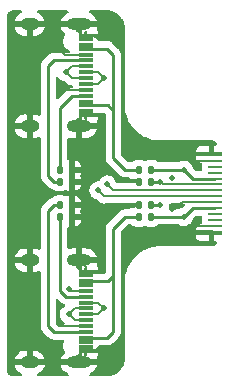
<source format=gbr>
%TF.GenerationSoftware,KiCad,Pcbnew,5.99.0-unknown-5f1e9bc8a7~129~ubuntu20.04.1*%
%TF.CreationDate,2021-06-14T18:11:24+08:00*%
%TF.ProjectId,M5Pi-TYPE-C,4d355069-2d54-4595-9045-2d432e6b6963,rev?*%
%TF.SameCoordinates,Original*%
%TF.FileFunction,Copper,L1,Top*%
%TF.FilePolarity,Positive*%
%FSLAX46Y46*%
G04 Gerber Fmt 4.6, Leading zero omitted, Abs format (unit mm)*
G04 Created by KiCad (PCBNEW 5.99.0-unknown-5f1e9bc8a7~129~ubuntu20.04.1) date 2021-06-14 18:11:24*
%MOMM*%
%LPD*%
G01*
G04 APERTURE LIST*
G04 Aperture macros list*
%AMRoundRect*
0 Rectangle with rounded corners*
0 $1 Rounding radius*
0 $2 $3 $4 $5 $6 $7 $8 $9 X,Y pos of 4 corners*
0 Add a 4 corners polygon primitive as box body*
4,1,4,$2,$3,$4,$5,$6,$7,$8,$9,$2,$3,0*
0 Add four circle primitives for the rounded corners*
1,1,$1+$1,$2,$3*
1,1,$1+$1,$4,$5*
1,1,$1+$1,$6,$7*
1,1,$1+$1,$8,$9*
0 Add four rect primitives between the rounded corners*
20,1,$1+$1,$2,$3,$4,$5,0*
20,1,$1+$1,$4,$5,$6,$7,0*
20,1,$1+$1,$6,$7,$8,$9,0*
20,1,$1+$1,$8,$9,$2,$3,0*%
G04 Aperture macros list end*
%TA.AperFunction,SMDPad,CuDef*%
%ADD10RoundRect,0.135000X0.135000X0.185000X-0.135000X0.185000X-0.135000X-0.185000X0.135000X-0.185000X0*%
%TD*%
%TA.AperFunction,SMDPad,CuDef*%
%ADD11RoundRect,0.135000X-0.135000X-0.185000X0.135000X-0.185000X0.135000X0.185000X-0.135000X0.185000X0*%
%TD*%
%TA.AperFunction,SMDPad,CuDef*%
%ADD12R,1.150000X0.300000*%
%TD*%
%TA.AperFunction,ComponentPad*%
%ADD13O,1.600000X1.000000*%
%TD*%
%TA.AperFunction,ComponentPad*%
%ADD14O,2.100000X1.000000*%
%TD*%
%TA.AperFunction,SMDPad,CuDef*%
%ADD15R,1.200000X0.220000*%
%TD*%
%TA.AperFunction,SMDPad,CuDef*%
%ADD16R,1.700000X0.400000*%
%TD*%
%TA.AperFunction,ViaPad*%
%ADD17C,0.500000*%
%TD*%
%TA.AperFunction,Conductor*%
%ADD18C,0.150000*%
%TD*%
%TA.AperFunction,Conductor*%
%ADD19C,0.250000*%
%TD*%
%TA.AperFunction,Conductor*%
%ADD20C,0.200000*%
%TD*%
G04 APERTURE END LIST*
D10*
%TO.P,R4,1*%
%TO.N,GND*%
X143510000Y-111000000D03*
%TO.P,R4,2*%
%TO.N,Net-(UART1-PadA5)*%
X142490000Y-111000000D03*
%TD*%
D11*
%TO.P,R2,1*%
%TO.N,GND*%
X149180000Y-113000000D03*
%TO.P,R2,2*%
%TO.N,Net-(M5Pi-USB1-PadB5)*%
X150200000Y-113000000D03*
%TD*%
D12*
%TO.P,UART1,A1,GND*%
%TO.N,GND*%
X144670000Y-98650000D03*
%TO.P,UART1,A4,VBUS*%
%TO.N,Net-(UART1-PadA4)*%
X144670000Y-99450000D03*
%TO.P,UART1,A5,CC1*%
%TO.N,Net-(UART1-PadA5)*%
X144670000Y-100750000D03*
%TO.P,UART1,A6,D+*%
%TO.N,/UART_USB_D+*%
X144670000Y-101750000D03*
%TO.P,UART1,A7,D-*%
%TO.N,/UART_USB_D-*%
X144670000Y-102250000D03*
%TO.P,UART1,A8,SBU1*%
%TO.N,GND*%
X144670000Y-103250000D03*
%TO.P,UART1,A9,VBUS*%
%TO.N,Net-(UART1-PadA4)*%
X144670000Y-104550000D03*
%TO.P,UART1,A12,GND*%
%TO.N,GND*%
X144670000Y-105350000D03*
%TO.P,UART1,B1,GND*%
X144670000Y-105050000D03*
%TO.P,UART1,B4,VBUS*%
%TO.N,Net-(UART1-PadA4)*%
X144670000Y-104250000D03*
%TO.P,UART1,B5,CC2*%
%TO.N,Net-(UART1-PadB5)*%
X144670000Y-103750000D03*
%TO.P,UART1,B6,D+*%
%TO.N,/UART_USB_D+*%
X144670000Y-102750000D03*
%TO.P,UART1,B7,D-*%
%TO.N,/UART_USB_D-*%
X144670000Y-101250000D03*
%TO.P,UART1,B8,SBU2*%
%TO.N,GND*%
X144670000Y-100250000D03*
%TO.P,UART1,B9,VBUS*%
%TO.N,Net-(UART1-PadA4)*%
X144670000Y-99750000D03*
%TO.P,UART1,B12,GND*%
%TO.N,GND*%
X144670000Y-98950000D03*
D13*
%TO.P,UART1,S1,SHIELD*%
X139925000Y-97680000D03*
X139925000Y-106320000D03*
D14*
X144105000Y-106320000D03*
X144105000Y-97680000D03*
%TD*%
D10*
%TO.P,R8,1*%
%TO.N,/VBUS*%
X150200000Y-114000000D03*
%TO.P,R8,2*%
%TO.N,Net-(OTG1-PadA4)*%
X149180000Y-114000000D03*
%TD*%
%TO.P,R7,2*%
%TO.N,Net-(OTG1-PadA5)*%
X142490000Y-114000000D03*
%TO.P,R7,1*%
%TO.N,GND*%
X143510000Y-114000000D03*
%TD*%
%TO.P,R6,1*%
%TO.N,GND*%
X143510000Y-113000000D03*
%TO.P,R6,2*%
%TO.N,Net-(OTG1-PadB5)*%
X142490000Y-113000000D03*
%TD*%
%TO.P,R5,1*%
%TO.N,/VBUS*%
X150200000Y-110000000D03*
%TO.P,R5,2*%
%TO.N,Net-(UART1-PadA4)*%
X149180000Y-110000000D03*
%TD*%
%TO.P,R3,1*%
%TO.N,GND*%
X143510000Y-110000000D03*
%TO.P,R3,2*%
%TO.N,Net-(UART1-PadB5)*%
X142490000Y-110000000D03*
%TD*%
D11*
%TO.P,R1,1*%
%TO.N,GND*%
X149180000Y-111000000D03*
%TO.P,R1,2*%
%TO.N,Net-(M5Pi-USB1-PadA5)*%
X150200000Y-111000000D03*
%TD*%
D12*
%TO.P,OTG1,A1,GND*%
%TO.N,GND*%
X144670000Y-118650000D03*
%TO.P,OTG1,A4,VBUS*%
%TO.N,Net-(OTG1-PadA4)*%
X144670000Y-119450000D03*
%TO.P,OTG1,A5,CC1*%
%TO.N,Net-(OTG1-PadA5)*%
X144670000Y-120750000D03*
%TO.P,OTG1,A6,D+*%
%TO.N,/OTG_USB_D+*%
X144670000Y-121750000D03*
%TO.P,OTG1,A7,D-*%
%TO.N,/OTG_USB_D-*%
X144670000Y-122250000D03*
%TO.P,OTG1,A8,SBU1*%
%TO.N,GND*%
X144670000Y-123250000D03*
%TO.P,OTG1,A9,VBUS*%
%TO.N,Net-(OTG1-PadA4)*%
X144670000Y-124550000D03*
%TO.P,OTG1,A12,GND*%
%TO.N,GND*%
X144670000Y-125350000D03*
%TO.P,OTG1,B1,GND*%
X144670000Y-125050000D03*
%TO.P,OTG1,B4,VBUS*%
%TO.N,Net-(OTG1-PadA4)*%
X144670000Y-124250000D03*
%TO.P,OTG1,B5,CC2*%
%TO.N,Net-(OTG1-PadB5)*%
X144670000Y-123750000D03*
%TO.P,OTG1,B6,D+*%
%TO.N,/OTG_USB_D+*%
X144670000Y-122750000D03*
%TO.P,OTG1,B7,D-*%
%TO.N,/OTG_USB_D-*%
X144670000Y-121250000D03*
%TO.P,OTG1,B8,SBU2*%
%TO.N,GND*%
X144670000Y-120250000D03*
%TO.P,OTG1,B9,VBUS*%
%TO.N,Net-(OTG1-PadA4)*%
X144670000Y-119750000D03*
%TO.P,OTG1,B12,GND*%
%TO.N,GND*%
X144670000Y-118950000D03*
D13*
%TO.P,OTG1,S1,SHIELD*%
X139925000Y-117680000D03*
X139925000Y-126320000D03*
D14*
X144105000Y-126320000D03*
X144105000Y-117680000D03*
%TD*%
D15*
%TO.P,M5Pi-USB1,A1,GND*%
%TO.N,GND*%
X155600000Y-109250000D03*
%TO.P,M5Pi-USB1,A2,TX1+*%
%TO.N,N/C*%
X155600000Y-109750000D03*
%TO.P,M5Pi-USB1,A3,TX1-*%
X155600000Y-110250000D03*
%TO.P,M5Pi-USB1,A4,VBUS*%
%TO.N,/VBUS*%
X155600000Y-110750000D03*
%TO.P,M5Pi-USB1,A5,CC1*%
%TO.N,Net-(M5Pi-USB1-PadA5)*%
X155600000Y-111250000D03*
%TO.P,M5Pi-USB1,A6,D+*%
%TO.N,/UART_USB_D+*%
X155600000Y-111750000D03*
%TO.P,M5Pi-USB1,A7,D-*%
%TO.N,/UART_USB_D-*%
X155600000Y-112250000D03*
%TO.P,M5Pi-USB1,A8,SBU1*%
%TO.N,GND*%
X155600000Y-112750000D03*
%TO.P,M5Pi-USB1,A9,VBUS*%
%TO.N,/VBUS*%
X155600000Y-113250000D03*
%TO.P,M5Pi-USB1,A10,RX2-*%
%TO.N,N/C*%
X155600000Y-113750000D03*
%TO.P,M5Pi-USB1,A11,RX2+*%
X155600000Y-114250000D03*
%TO.P,M5Pi-USB1,A12,GND*%
%TO.N,GND*%
X155600000Y-114750000D03*
D16*
%TO.P,M5Pi-USB1,S1,SHIELD*%
X155350000Y-115325000D03*
X155350000Y-108675000D03*
%TD*%
D17*
%TO.N,GND*%
X151950000Y-110700000D03*
X151950000Y-113350000D03*
X142500000Y-99800000D03*
X142500000Y-103400000D03*
X146200000Y-125300000D03*
X143300000Y-120100000D03*
X142400000Y-123100000D03*
X153750000Y-114750000D03*
X153750000Y-109250000D03*
%TO.N,/UART_USB_D-*%
X145750000Y-111750000D03*
%TO.N,/UART_USB_D+*%
X146500000Y-111250000D03*
%TO.N,/VBUS*%
X153000000Y-110000000D03*
X153000000Y-114000000D03*
%TO.N,Net-(M5Pi-USB1-PadB5)*%
X151000000Y-113000000D03*
%TO.N,Net-(M5Pi-USB1-PadA5)*%
X151000000Y-111000000D03*
%TO.N,/UART_USB_D-*%
X143000000Y-101750000D03*
%TO.N,/UART_USB_D+*%
X146250000Y-102250000D03*
%TO.N,/OTG_USB_D+*%
X143250000Y-122250000D03*
%TO.N,/OTG_USB_D-*%
X146250000Y-121750000D03*
%TD*%
D18*
%TO.N,GND*%
X155600000Y-112750000D02*
X152850000Y-112750000D01*
X152250000Y-113350000D02*
X151950000Y-113350000D01*
X152850000Y-112750000D02*
X152250000Y-113350000D01*
D19*
%TO.N,/VBUS*%
X153000000Y-110000000D02*
X153750000Y-110750000D01*
X153750000Y-110750000D02*
X155600000Y-110750000D01*
X153000000Y-110000000D02*
X150200000Y-110000000D01*
X153000000Y-114000000D02*
X153750000Y-113250000D01*
X153750000Y-113250000D02*
X155600000Y-113250000D01*
X153000000Y-114000000D02*
X150200000Y-114000000D01*
D20*
%TO.N,Net-(M5Pi-USB1-PadA5)*%
X151000000Y-111000000D02*
X151250000Y-111250000D01*
X151250000Y-111250000D02*
X155600000Y-111250000D01*
D19*
X151000000Y-111000000D02*
X150200000Y-111000000D01*
%TO.N,Net-(M5Pi-USB1-PadB5)*%
X151000000Y-113000000D02*
X150200000Y-113000000D01*
D20*
%TO.N,GND*%
X142950000Y-100250000D02*
X142500000Y-99800000D01*
X144670000Y-100250000D02*
X142950000Y-100250000D01*
X144670000Y-105350000D02*
X144670000Y-105755000D01*
X144670000Y-105755000D02*
X144105000Y-106320000D01*
X142650000Y-103250000D02*
X142500000Y-103400000D01*
X144670000Y-103250000D02*
X142650000Y-103250000D01*
X144670000Y-118650000D02*
X144670000Y-118245000D01*
X144670000Y-118245000D02*
X144105000Y-117680000D01*
X146150000Y-125350000D02*
X146200000Y-125300000D01*
X144670000Y-125350000D02*
X146150000Y-125350000D01*
X143450000Y-120250000D02*
X143300000Y-120100000D01*
X144670000Y-120250000D02*
X143450000Y-120250000D01*
X142550000Y-123250000D02*
X142400000Y-123100000D01*
X144670000Y-123250000D02*
X142550000Y-123250000D01*
X155600000Y-114750000D02*
X153750000Y-114750000D01*
X155600000Y-109250000D02*
X153750000Y-109250000D01*
%TO.N,/UART_USB_D-*%
X145750000Y-111750000D02*
X146250000Y-112250000D01*
X146250000Y-112250000D02*
X155600000Y-112250000D01*
%TO.N,/UART_USB_D+*%
X146500000Y-111250000D02*
X147000000Y-111750000D01*
X147000000Y-111750000D02*
X155600000Y-111750000D01*
%TO.N,/UART_USB_D-*%
X143500000Y-102250000D02*
X143000000Y-101750000D01*
X144670000Y-102250000D02*
X143500000Y-102250000D01*
X143000000Y-101750000D02*
X143500000Y-101250000D01*
X143500000Y-101250000D02*
X144670000Y-101250000D01*
%TO.N,/UART_USB_D+*%
X145750000Y-101750000D02*
X146250000Y-102250000D01*
X144670000Y-101750000D02*
X145750000Y-101750000D01*
X146250000Y-102250000D02*
X145750000Y-102750000D01*
X145750000Y-102750000D02*
X144670000Y-102750000D01*
%TO.N,/OTG_USB_D+*%
X143750000Y-121750000D02*
X143250000Y-122250000D01*
X144670000Y-121750000D02*
X143750000Y-121750000D01*
X143250000Y-122250000D02*
X143750000Y-122750000D01*
X143750000Y-122750000D02*
X144670000Y-122750000D01*
%TO.N,/OTG_USB_D-*%
X145750000Y-121250000D02*
X146250000Y-121750000D01*
X144670000Y-121250000D02*
X145750000Y-121250000D01*
X146250000Y-121750000D02*
X145750000Y-122250000D01*
X145750000Y-122250000D02*
X144670000Y-122250000D01*
D19*
%TO.N,Net-(UART1-PadA5)*%
X141500000Y-101250000D02*
X142000000Y-100750000D01*
X141500000Y-110500000D02*
X141500000Y-101250000D01*
X142490000Y-111000000D02*
X142000000Y-111000000D01*
X142000000Y-111000000D02*
X141500000Y-110500000D01*
X142000000Y-100750000D02*
X144670000Y-100750000D01*
%TO.N,Net-(UART1-PadB5)*%
X142490000Y-104760000D02*
X143500000Y-103750000D01*
X142490000Y-110000000D02*
X142490000Y-104760000D01*
X143500000Y-103750000D02*
X144670000Y-103750000D01*
%TO.N,Net-(OTG1-PadB5)*%
X141500000Y-123250000D02*
X142000000Y-123750000D01*
X141500000Y-113500000D02*
X141500000Y-123250000D01*
X142490000Y-113000000D02*
X142000000Y-113000000D01*
X142000000Y-113000000D02*
X141500000Y-113500000D01*
X142000000Y-123750000D02*
X144670000Y-123750000D01*
%TO.N,Net-(OTG1-PadA5)*%
X142490000Y-120240000D02*
X143000000Y-120750000D01*
X142490000Y-114000000D02*
X142490000Y-120240000D01*
X143000000Y-120750000D02*
X144670000Y-120750000D01*
%TO.N,GND*%
X143510000Y-110000000D02*
X143510000Y-113000000D01*
X143510000Y-113000000D02*
X143510000Y-114000000D01*
%TO.N,Net-(UART1-PadA4)*%
X147000000Y-100250000D02*
X146500000Y-99750000D01*
X147000000Y-105000000D02*
X147000000Y-100250000D01*
X146500000Y-99750000D02*
X144670000Y-99750000D01*
%TO.N,Net-(OTG1-PadA4)*%
X147000000Y-123750000D02*
X146500000Y-124250000D01*
X147000000Y-119000000D02*
X147000000Y-123750000D01*
X146500000Y-124250000D02*
X144670000Y-124250000D01*
%TO.N,Net-(UART1-PadA4)*%
X147000000Y-105000000D02*
X146550000Y-104550000D01*
X146550000Y-104550000D02*
X144670000Y-104550000D01*
%TO.N,Net-(OTG1-PadA4)*%
X149180000Y-114000000D02*
X148000000Y-114000000D01*
X148000000Y-114000000D02*
X147000000Y-115000000D01*
X147000000Y-115000000D02*
X147000000Y-119000000D01*
X147000000Y-119000000D02*
X146550000Y-119450000D01*
X146550000Y-119450000D02*
X144670000Y-119450000D01*
%TO.N,Net-(UART1-PadA4)*%
X147000000Y-109000000D02*
X147000000Y-105000000D01*
X148000000Y-110000000D02*
X147000000Y-109000000D01*
X149180000Y-110000000D02*
X148000000Y-110000000D01*
%TD*%
%TA.AperFunction,Conductor*%
%TO.N,GND*%
G36*
X139244529Y-96528002D02*
G01*
X139291022Y-96581658D01*
X139301126Y-96651932D01*
X139271632Y-96716512D01*
X139235561Y-96745252D01*
X139069849Y-96833362D01*
X139059640Y-96840144D01*
X138915981Y-96957310D01*
X138907277Y-96965954D01*
X138789114Y-97108788D01*
X138782254Y-97118959D01*
X138694082Y-97282031D01*
X138689332Y-97293330D01*
X138653620Y-97408693D01*
X138653414Y-97422795D01*
X138660170Y-97426000D01*
X141183052Y-97426000D01*
X141196583Y-97422027D01*
X141197703Y-97414232D01*
X141165979Y-97306443D01*
X141161380Y-97295059D01*
X141075496Y-97130778D01*
X141068782Y-97120517D01*
X140952620Y-96976041D01*
X140944042Y-96967281D01*
X140802030Y-96848119D01*
X140791916Y-96841193D01*
X140629463Y-96751885D01*
X140624627Y-96749812D01*
X140569894Y-96704592D01*
X140548297Y-96636960D01*
X140566693Y-96568388D01*
X140619241Y-96520648D01*
X140674262Y-96508000D01*
X143106408Y-96508000D01*
X143174529Y-96528002D01*
X143221022Y-96581658D01*
X143231126Y-96651932D01*
X143201632Y-96716512D01*
X143165561Y-96745252D01*
X142999849Y-96833362D01*
X142989640Y-96840144D01*
X142845981Y-96957310D01*
X142837277Y-96965954D01*
X142719114Y-97108788D01*
X142712254Y-97118959D01*
X142624082Y-97282031D01*
X142619332Y-97293330D01*
X142583620Y-97408693D01*
X142583414Y-97422795D01*
X142590170Y-97426000D01*
X145613052Y-97426000D01*
X145626583Y-97422027D01*
X145627703Y-97414232D01*
X145595979Y-97306443D01*
X145591380Y-97295059D01*
X145505496Y-97130778D01*
X145498782Y-97120517D01*
X145382620Y-96976041D01*
X145374042Y-96967281D01*
X145232030Y-96848119D01*
X145221916Y-96841193D01*
X145059463Y-96751885D01*
X145054627Y-96749812D01*
X144999894Y-96704592D01*
X144978297Y-96636960D01*
X144996693Y-96568388D01*
X145049241Y-96520648D01*
X145104262Y-96508000D01*
X146417379Y-96508000D01*
X146439027Y-96509874D01*
X146447679Y-96511383D01*
X146447680Y-96511383D01*
X146452473Y-96512219D01*
X146457332Y-96512308D01*
X146457337Y-96512308D01*
X146567689Y-96514318D01*
X146574380Y-96514618D01*
X146590883Y-96515798D01*
X146619546Y-96517848D01*
X146628453Y-96518806D01*
X146794048Y-96542615D01*
X146802876Y-96544208D01*
X146829239Y-96549942D01*
X146837945Y-96552165D01*
X146998462Y-96599297D01*
X147006996Y-96602137D01*
X147032236Y-96611551D01*
X147040547Y-96614994D01*
X147192736Y-96684497D01*
X147200778Y-96688522D01*
X147224425Y-96701434D01*
X147232160Y-96706024D01*
X147372883Y-96796460D01*
X147380270Y-96801588D01*
X147401864Y-96817753D01*
X147408867Y-96823397D01*
X147535292Y-96932945D01*
X147541874Y-96939074D01*
X147560927Y-96958127D01*
X147567057Y-96964710D01*
X147676607Y-97091139D01*
X147682246Y-97098137D01*
X147698406Y-97119722D01*
X147703533Y-97127106D01*
X147793981Y-97267847D01*
X147798567Y-97275576D01*
X147809206Y-97295059D01*
X147811478Y-97299220D01*
X147815500Y-97307255D01*
X147885004Y-97459446D01*
X147888442Y-97467745D01*
X147897869Y-97493022D01*
X147900708Y-97501553D01*
X147947832Y-97662044D01*
X147950055Y-97670753D01*
X147955787Y-97697097D01*
X147957383Y-97705942D01*
X147966556Y-97769739D01*
X147981193Y-97871550D01*
X147982154Y-97880490D01*
X147985382Y-97925616D01*
X147985682Y-97932311D01*
X147987594Y-98037257D01*
X147987721Y-98044250D01*
X147988437Y-98048671D01*
X147988437Y-98048676D01*
X147990381Y-98060685D01*
X147992000Y-98080816D01*
X147992000Y-104421589D01*
X147990819Y-104438797D01*
X147986411Y-104470771D01*
X147986496Y-104475640D01*
X147989806Y-104665180D01*
X147989790Y-104670347D01*
X147989262Y-104692767D01*
X147989899Y-104697602D01*
X147989912Y-104697853D01*
X147990394Y-104702231D01*
X147990468Y-104703063D01*
X147990546Y-104707535D01*
X147991257Y-104711951D01*
X147991258Y-104711958D01*
X147993871Y-104728176D01*
X147994397Y-104731769D01*
X148037270Y-105057426D01*
X148037623Y-105060371D01*
X148040180Y-105084098D01*
X148041363Y-105088514D01*
X148041531Y-105089788D01*
X148045319Y-105103310D01*
X148045695Y-105104683D01*
X148135387Y-105439419D01*
X148136120Y-105442290D01*
X148140594Y-105460709D01*
X148141742Y-105465435D01*
X148143489Y-105469653D01*
X148143823Y-105470899D01*
X148144231Y-105471853D01*
X148149362Y-105483855D01*
X148149914Y-105485166D01*
X148282506Y-105805270D01*
X148283608Y-105808023D01*
X148290449Y-105825705D01*
X148290453Y-105825714D01*
X148292209Y-105830252D01*
X148294494Y-105834210D01*
X148294987Y-105835400D01*
X148295515Y-105836292D01*
X148295517Y-105836295D01*
X148302180Y-105847538D01*
X148302903Y-105848774D01*
X148476114Y-106148786D01*
X148477567Y-106151372D01*
X148478618Y-106153295D01*
X148489008Y-106172311D01*
X148491789Y-106175935D01*
X148492432Y-106177049D01*
X148493071Y-106177863D01*
X148493074Y-106177867D01*
X148501169Y-106188172D01*
X148502024Y-106189274D01*
X148712965Y-106464177D01*
X148714675Y-106466460D01*
X148728770Y-106485754D01*
X148732000Y-106488984D01*
X148732785Y-106490007D01*
X148733532Y-106490737D01*
X148733536Y-106490742D01*
X148742944Y-106499938D01*
X148743960Y-106500944D01*
X148988886Y-106745870D01*
X148990960Y-106747993D01*
X149007393Y-106765219D01*
X149011012Y-106767996D01*
X149011928Y-106768912D01*
X149012770Y-106769543D01*
X149023291Y-106777429D01*
X149024368Y-106778245D01*
X149299315Y-106989220D01*
X149301522Y-106990955D01*
X149320112Y-107005929D01*
X149324061Y-107008209D01*
X149325088Y-107008997D01*
X149336309Y-107015307D01*
X149337470Y-107015960D01*
X149338710Y-107016667D01*
X149638678Y-107189853D01*
X149641230Y-107191367D01*
X149657407Y-107201222D01*
X149657410Y-107201224D01*
X149661572Y-107203759D01*
X149665791Y-107205507D01*
X149666909Y-107206152D01*
X149667878Y-107206541D01*
X149667879Y-107206541D01*
X149680020Y-107211410D01*
X149681341Y-107211948D01*
X150001408Y-107344524D01*
X150004138Y-107345693D01*
X150021476Y-107353358D01*
X150021480Y-107353360D01*
X150025935Y-107355329D01*
X150030348Y-107356511D01*
X150031537Y-107357004D01*
X150032554Y-107357264D01*
X150032565Y-107357268D01*
X150045217Y-107360504D01*
X150046548Y-107360852D01*
X150381245Y-107450533D01*
X150384100Y-107451334D01*
X150406962Y-107458041D01*
X150411490Y-107458637D01*
X150412736Y-107458971D01*
X150426909Y-107460674D01*
X150428094Y-107460823D01*
X150740609Y-107501966D01*
X150761974Y-107504779D01*
X150767085Y-107505559D01*
X150784394Y-107508565D01*
X150784398Y-107508565D01*
X150789187Y-107509397D01*
X150794055Y-107509482D01*
X150794288Y-107509504D01*
X150798746Y-107509677D01*
X150799535Y-107509724D01*
X150803983Y-107510310D01*
X150810781Y-107510233D01*
X150824894Y-107510073D01*
X150828522Y-107510084D01*
X151021476Y-107513453D01*
X151021478Y-107513453D01*
X151025951Y-107513531D01*
X151062235Y-107508980D01*
X151077916Y-107508000D01*
X155315104Y-107508000D01*
X155338388Y-107510170D01*
X155345717Y-107511548D01*
X155350573Y-107511701D01*
X155350577Y-107511701D01*
X155382088Y-107512691D01*
X155420019Y-107513883D01*
X155430157Y-107514612D01*
X155435474Y-107515211D01*
X155449382Y-107517576D01*
X155513730Y-107532262D01*
X155540361Y-107541580D01*
X155561904Y-107551954D01*
X155592705Y-107566787D01*
X155616597Y-107581799D01*
X155662025Y-107618028D01*
X155681973Y-107637977D01*
X155718198Y-107683401D01*
X155733210Y-107707292D01*
X155758418Y-107759637D01*
X155767736Y-107786266D01*
X155772688Y-107807960D01*
X155768348Y-107878824D01*
X155726384Y-107936091D01*
X155660121Y-107961581D01*
X155649848Y-107962000D01*
X155568115Y-107962000D01*
X155552876Y-107966475D01*
X155551671Y-107967865D01*
X155550000Y-107975548D01*
X155550000Y-108749000D01*
X155529998Y-108817121D01*
X155476342Y-108863614D01*
X155424000Y-108875000D01*
X154005115Y-108875000D01*
X153990186Y-108879384D01*
X153988129Y-108890785D01*
X153991740Y-108941269D01*
X153994126Y-108954491D01*
X154030819Y-109079458D01*
X154038233Y-109095692D01*
X154107426Y-109203360D01*
X154119112Y-109216847D01*
X154215840Y-109300662D01*
X154230848Y-109310307D01*
X154347277Y-109363478D01*
X154364388Y-109368502D01*
X154397552Y-109373270D01*
X154462133Y-109402763D01*
X154500518Y-109462488D01*
X154504340Y-109515918D01*
X154486500Y-109640000D01*
X154486500Y-109860000D01*
X154491727Y-109933079D01*
X154493630Y-109939559D01*
X154498164Y-109955001D01*
X154498164Y-110025998D01*
X154459781Y-110085724D01*
X154395200Y-110115217D01*
X154377268Y-110116500D01*
X154064594Y-110116500D01*
X153996473Y-110096498D01*
X153975499Y-110079595D01*
X153774224Y-109878320D01*
X153743940Y-109824024D01*
X153743022Y-109824357D01*
X153740966Y-109818693D01*
X153682687Y-109658136D01*
X153585731Y-109510253D01*
X153457355Y-109388642D01*
X153304445Y-109299825D01*
X153135204Y-109248567D01*
X152958711Y-109237617D01*
X152951496Y-109238857D01*
X152951493Y-109238857D01*
X152791648Y-109266324D01*
X152784432Y-109267564D01*
X152621717Y-109336800D01*
X152615827Y-109341135D01*
X152615821Y-109341138D01*
X152614672Y-109341984D01*
X152613752Y-109342319D01*
X152609463Y-109344765D01*
X152609044Y-109344031D01*
X152547951Y-109366248D01*
X152539993Y-109366500D01*
X150847575Y-109366500D01*
X150779454Y-109346498D01*
X150767260Y-109337585D01*
X150688592Y-109272505D01*
X150688587Y-109272502D01*
X150682484Y-109267453D01*
X150535398Y-109198240D01*
X150462412Y-109184317D01*
X150401063Y-109172614D01*
X150401059Y-109172614D01*
X150395221Y-109171500D01*
X150025421Y-109171500D01*
X149903725Y-109186874D01*
X149870199Y-109200148D01*
X149759955Y-109243796D01*
X149759953Y-109243797D01*
X149752583Y-109246715D01*
X149747409Y-109250474D01*
X149678746Y-109265617D01*
X149633728Y-109253922D01*
X149515398Y-109198240D01*
X149442412Y-109184317D01*
X149381063Y-109172614D01*
X149381059Y-109172614D01*
X149375221Y-109171500D01*
X149005421Y-109171500D01*
X148883725Y-109186874D01*
X148850199Y-109200148D01*
X148739957Y-109243795D01*
X148739954Y-109243797D01*
X148732583Y-109246715D01*
X148601071Y-109342264D01*
X148599027Y-109339450D01*
X148549784Y-109364391D01*
X148526827Y-109366500D01*
X148314596Y-109366500D01*
X148246475Y-109346498D01*
X148225501Y-109329596D01*
X147670405Y-108774501D01*
X147636380Y-108712188D01*
X147633500Y-108685405D01*
X147633500Y-108457071D01*
X153989578Y-108457071D01*
X153991584Y-108471027D01*
X154005115Y-108475000D01*
X155131885Y-108475000D01*
X155147124Y-108470525D01*
X155148329Y-108469135D01*
X155150000Y-108461452D01*
X155150000Y-107980115D01*
X155145525Y-107964876D01*
X155144135Y-107963671D01*
X155136452Y-107962000D01*
X154502257Y-107962000D01*
X154497750Y-107962161D01*
X154433731Y-107966740D01*
X154420509Y-107969126D01*
X154295542Y-108005819D01*
X154279308Y-108013233D01*
X154171640Y-108082426D01*
X154158153Y-108094112D01*
X154074338Y-108190840D01*
X154064693Y-108205848D01*
X154011523Y-108322275D01*
X154006498Y-108339388D01*
X153989578Y-108457071D01*
X147633500Y-108457071D01*
X147633500Y-105078383D01*
X147634014Y-105067479D01*
X147635666Y-105060088D01*
X147633562Y-104993134D01*
X147633500Y-104989176D01*
X147633500Y-100328396D01*
X147634014Y-100317482D01*
X147635667Y-100310089D01*
X147635057Y-100290663D01*
X147633648Y-100245855D01*
X147633562Y-100243115D01*
X147633500Y-100239158D01*
X147633500Y-100210422D01*
X147632961Y-100206151D01*
X147632028Y-100194313D01*
X147631908Y-100190478D01*
X147630639Y-100150117D01*
X147624987Y-100130661D01*
X147620978Y-100111302D01*
X147619434Y-100099079D01*
X147619434Y-100099078D01*
X147618440Y-100091212D01*
X147608157Y-100065239D01*
X147602168Y-100050111D01*
X147598323Y-100038882D01*
X147588199Y-100004035D01*
X147588198Y-100004034D01*
X147585987Y-99996422D01*
X147575674Y-99978983D01*
X147566978Y-99961231D01*
X147562442Y-99949775D01*
X147559522Y-99942400D01*
X147533533Y-99906629D01*
X147527016Y-99896708D01*
X147507548Y-99863790D01*
X147504514Y-99858659D01*
X147504145Y-99858241D01*
X147490062Y-99844158D01*
X147477228Y-99829133D01*
X147465446Y-99812917D01*
X147431664Y-99784970D01*
X147422885Y-99776981D01*
X147003391Y-99357487D01*
X146996031Y-99349399D01*
X146991973Y-99343005D01*
X146943121Y-99297130D01*
X146940280Y-99294376D01*
X146919966Y-99274062D01*
X146916555Y-99271417D01*
X146907533Y-99263711D01*
X146881077Y-99238867D01*
X146875301Y-99233443D01*
X146868357Y-99229626D01*
X146868355Y-99229624D01*
X146857547Y-99223682D01*
X146841023Y-99212828D01*
X146831286Y-99205275D01*
X146831285Y-99205275D01*
X146825023Y-99200417D01*
X146784447Y-99182858D01*
X146773790Y-99177637D01*
X146735048Y-99156338D01*
X146727365Y-99154366D01*
X146727364Y-99154365D01*
X146715432Y-99151301D01*
X146696728Y-99144897D01*
X146685415Y-99140001D01*
X146685408Y-99139999D01*
X146678136Y-99136852D01*
X146670312Y-99135613D01*
X146670309Y-99135612D01*
X146634465Y-99129935D01*
X146622844Y-99127528D01*
X146585782Y-99118013D01*
X146585781Y-99118013D01*
X146580025Y-99116535D01*
X146579469Y-99116500D01*
X146559548Y-99116500D01*
X146539838Y-99114949D01*
X146527886Y-99113056D01*
X146527885Y-99113056D01*
X146520056Y-99111816D01*
X146512164Y-99112562D01*
X146476418Y-99115941D01*
X146464560Y-99116500D01*
X145814195Y-99116500D01*
X145778698Y-99111396D01*
X145761274Y-99106280D01*
X145701547Y-99067897D01*
X145690773Y-99053505D01*
X145637949Y-98971309D01*
X145637947Y-98971306D01*
X145633077Y-98963729D01*
X145626267Y-98957828D01*
X145529431Y-98873918D01*
X145529428Y-98873916D01*
X145522619Y-98868016D01*
X145460791Y-98839780D01*
X145397864Y-98811042D01*
X145397863Y-98811042D01*
X145389670Y-98807300D01*
X145380755Y-98806018D01*
X145380754Y-98806018D01*
X145338896Y-98800000D01*
X145249448Y-98787139D01*
X145249441Y-98787138D01*
X145245000Y-98786500D01*
X144646000Y-98786500D01*
X144577879Y-98766498D01*
X144531386Y-98712842D01*
X144520000Y-98660500D01*
X144520000Y-98378000D01*
X144540002Y-98309879D01*
X144593658Y-98263386D01*
X144646000Y-98252000D01*
X144694000Y-98252000D01*
X144762121Y-98272002D01*
X144808614Y-98325658D01*
X144820000Y-98378000D01*
X144820000Y-98481885D01*
X144824475Y-98497124D01*
X144825865Y-98498329D01*
X144833548Y-98500000D01*
X145739885Y-98500000D01*
X145754814Y-98495616D01*
X145756871Y-98484215D01*
X145753260Y-98433731D01*
X145750874Y-98420509D01*
X145714181Y-98295542D01*
X145706767Y-98279308D01*
X145637574Y-98171640D01*
X145624914Y-98157030D01*
X145595421Y-98092450D01*
X145599773Y-98037257D01*
X145626380Y-97951307D01*
X145626586Y-97937205D01*
X145619830Y-97934000D01*
X144377115Y-97934000D01*
X144361876Y-97938475D01*
X144360671Y-97939865D01*
X144359000Y-97947548D01*
X144359000Y-98378921D01*
X144338998Y-98447042D01*
X144285342Y-98493535D01*
X144215068Y-98503639D01*
X144151949Y-98475151D01*
X144148449Y-98471450D01*
X143998652Y-98369648D01*
X143930206Y-98342272D01*
X143874387Y-98298405D01*
X143851000Y-98225284D01*
X143851000Y-97952115D01*
X143846525Y-97936876D01*
X143845135Y-97935671D01*
X143837452Y-97934000D01*
X142596948Y-97934000D01*
X142583417Y-97937973D01*
X142582297Y-97945768D01*
X142614021Y-98053557D01*
X142618620Y-98064941D01*
X142704504Y-98229222D01*
X142711218Y-98239483D01*
X142827380Y-98383959D01*
X142835958Y-98392718D01*
X142907056Y-98452377D01*
X142946383Y-98511487D01*
X142947509Y-98582475D01*
X142926162Y-98625428D01*
X142892172Y-98669885D01*
X142887777Y-98675634D01*
X142884894Y-98681817D01*
X142884892Y-98681820D01*
X142814115Y-98833603D01*
X142811235Y-98839780D01*
X142809749Y-98846428D01*
X142809748Y-98846431D01*
X142803604Y-98873918D01*
X142771726Y-99016533D01*
X142771093Y-99197647D01*
X142772536Y-99204319D01*
X142772536Y-99204323D01*
X142792006Y-99294376D01*
X142809367Y-99374672D01*
X142884762Y-99539348D01*
X142993760Y-99683993D01*
X142998939Y-99688432D01*
X142998940Y-99688433D01*
X143111573Y-99784971D01*
X143131275Y-99801858D01*
X143275996Y-99879457D01*
X143326578Y-99929274D01*
X143342197Y-99998532D01*
X143317893Y-100065239D01*
X143261383Y-100108217D01*
X143216453Y-100116500D01*
X142078396Y-100116500D01*
X142067482Y-100115986D01*
X142060089Y-100114333D01*
X142052164Y-100114582D01*
X142052163Y-100114582D01*
X141993116Y-100116438D01*
X141989158Y-100116500D01*
X141960422Y-100116500D01*
X141956151Y-100117039D01*
X141944322Y-100117971D01*
X141900117Y-100119361D01*
X141892501Y-100121574D01*
X141892499Y-100121574D01*
X141880661Y-100125013D01*
X141861302Y-100129022D01*
X141849079Y-100130566D01*
X141849078Y-100130566D01*
X141841212Y-100131560D01*
X141833836Y-100134480D01*
X141833837Y-100134480D01*
X141800111Y-100147832D01*
X141788882Y-100151677D01*
X141754035Y-100161801D01*
X141754034Y-100161802D01*
X141746422Y-100164013D01*
X141739599Y-100168048D01*
X141728983Y-100174326D01*
X141711231Y-100183022D01*
X141692400Y-100190478D01*
X141670821Y-100206156D01*
X141656629Y-100216467D01*
X141646711Y-100222982D01*
X141608659Y-100245486D01*
X141608241Y-100245855D01*
X141594158Y-100259938D01*
X141579133Y-100272772D01*
X141562917Y-100284554D01*
X141548350Y-100302163D01*
X141534971Y-100318335D01*
X141526981Y-100327115D01*
X141107487Y-100746609D01*
X141099399Y-100753969D01*
X141093005Y-100758027D01*
X141087580Y-100763804D01*
X141047131Y-100806878D01*
X141044376Y-100809720D01*
X141024062Y-100830034D01*
X141021417Y-100833445D01*
X141013713Y-100842465D01*
X140983443Y-100874699D01*
X140979626Y-100881643D01*
X140979624Y-100881645D01*
X140973682Y-100892453D01*
X140962828Y-100908977D01*
X140950417Y-100924977D01*
X140947270Y-100932248D01*
X140947270Y-100932249D01*
X140932859Y-100965551D01*
X140927638Y-100976207D01*
X140906338Y-101014952D01*
X140904366Y-101022635D01*
X140904365Y-101022636D01*
X140901301Y-101034568D01*
X140894897Y-101053272D01*
X140890001Y-101064585D01*
X140889999Y-101064592D01*
X140886852Y-101071864D01*
X140885613Y-101079688D01*
X140885612Y-101079691D01*
X140879935Y-101115535D01*
X140877528Y-101127156D01*
X140868951Y-101160565D01*
X140866535Y-101169975D01*
X140866500Y-101170531D01*
X140866500Y-101190452D01*
X140864949Y-101210162D01*
X140864099Y-101215532D01*
X140861816Y-101229944D01*
X140862562Y-101237836D01*
X140865941Y-101273582D01*
X140866500Y-101285440D01*
X140866500Y-105309142D01*
X140846498Y-105377263D01*
X140792842Y-105423756D01*
X140722568Y-105433860D01*
X140679799Y-105419557D01*
X140629458Y-105391882D01*
X140618194Y-105387054D01*
X140441484Y-105330998D01*
X140429497Y-105328450D01*
X140286339Y-105312393D01*
X140279315Y-105312000D01*
X140197115Y-105312000D01*
X140181876Y-105316475D01*
X140180671Y-105317865D01*
X140179000Y-105325548D01*
X140179000Y-107309885D01*
X140183475Y-107325124D01*
X140184865Y-107326329D01*
X140192548Y-107328000D01*
X140272912Y-107328000D01*
X140279060Y-107327699D01*
X140415626Y-107314309D01*
X140427661Y-107311926D01*
X140605124Y-107258346D01*
X140616458Y-107253675D01*
X140681347Y-107219173D01*
X140750885Y-107204854D01*
X140817125Y-107230402D01*
X140859038Y-107287707D01*
X140866500Y-107330425D01*
X140866500Y-110421616D01*
X140865986Y-110432520D01*
X140864334Y-110439911D01*
X140864583Y-110447837D01*
X140864583Y-110447838D01*
X140866438Y-110506866D01*
X140866500Y-110510823D01*
X140866500Y-110539578D01*
X140866996Y-110543503D01*
X140866996Y-110543504D01*
X140867039Y-110543843D01*
X140867972Y-110555687D01*
X140869361Y-110599883D01*
X140871573Y-110607495D01*
X140875012Y-110619333D01*
X140879022Y-110638695D01*
X140881560Y-110658788D01*
X140884476Y-110666153D01*
X140884477Y-110666157D01*
X140897837Y-110699901D01*
X140901681Y-110711128D01*
X140914014Y-110753578D01*
X140918052Y-110760406D01*
X140924323Y-110771011D01*
X140933019Y-110788762D01*
X140936829Y-110798384D01*
X140940478Y-110807600D01*
X140954120Y-110826376D01*
X140966465Y-110843367D01*
X140972983Y-110853290D01*
X140995486Y-110891341D01*
X140995855Y-110891759D01*
X141009938Y-110905842D01*
X141022772Y-110920867D01*
X141034554Y-110937083D01*
X141055608Y-110954500D01*
X141068335Y-110965029D01*
X141077115Y-110973019D01*
X141496609Y-111392513D01*
X141503969Y-111400601D01*
X141508027Y-111406995D01*
X141513804Y-111412420D01*
X141556878Y-111452869D01*
X141559720Y-111455624D01*
X141580034Y-111475938D01*
X141583445Y-111478583D01*
X141592465Y-111486287D01*
X141624699Y-111516557D01*
X141631643Y-111520374D01*
X141631645Y-111520376D01*
X141642453Y-111526318D01*
X141658977Y-111537172D01*
X141674977Y-111549583D01*
X141682248Y-111552730D01*
X141682249Y-111552730D01*
X141715551Y-111567141D01*
X141726207Y-111572362D01*
X141764952Y-111593662D01*
X141772635Y-111595634D01*
X141772636Y-111595635D01*
X141784568Y-111598699D01*
X141803272Y-111605103D01*
X141814583Y-111609998D01*
X141814590Y-111610000D01*
X141821864Y-111613148D01*
X141838925Y-111615850D01*
X141899532Y-111643215D01*
X142007516Y-111732547D01*
X142154602Y-111801760D01*
X142219396Y-111814120D01*
X142288937Y-111827386D01*
X142288941Y-111827386D01*
X142294779Y-111828500D01*
X142664579Y-111828500D01*
X142786275Y-111813126D01*
X142937417Y-111753285D01*
X142942939Y-111749273D01*
X143011792Y-111734088D01*
X143056811Y-111745784D01*
X143167584Y-111797910D01*
X143182541Y-111802770D01*
X143238206Y-111813389D01*
X143251245Y-111812118D01*
X143256000Y-111797196D01*
X143256000Y-111322658D01*
X143258232Y-111299048D01*
X143264241Y-111267548D01*
X143764000Y-111267548D01*
X143764000Y-111799852D01*
X143768075Y-111813729D01*
X143781426Y-111815766D01*
X143798286Y-111813636D01*
X143813519Y-111809725D01*
X143949807Y-111755764D01*
X143963589Y-111748188D01*
X144082173Y-111662032D01*
X144093640Y-111651264D01*
X144187070Y-111538325D01*
X144195499Y-111525043D01*
X144257909Y-111392417D01*
X144262771Y-111377452D01*
X144282926Y-111271794D01*
X144281656Y-111258755D01*
X144266731Y-111254000D01*
X143782115Y-111254000D01*
X143766876Y-111258475D01*
X143765671Y-111259865D01*
X143764000Y-111267548D01*
X143264241Y-111267548D01*
X143267386Y-111251063D01*
X143267386Y-111251059D01*
X143268500Y-111245221D01*
X143268500Y-110775421D01*
X143256994Y-110684343D01*
X143256000Y-110668551D01*
X143256000Y-110322658D01*
X143258232Y-110299048D01*
X143264241Y-110267548D01*
X143764000Y-110267548D01*
X143764000Y-110727885D01*
X143768475Y-110743124D01*
X143769865Y-110744329D01*
X143777548Y-110746000D01*
X144266168Y-110746000D01*
X144280046Y-110741925D01*
X144282082Y-110728576D01*
X144273635Y-110661708D01*
X144269726Y-110646484D01*
X144229770Y-110545567D01*
X144223291Y-110474867D01*
X144232914Y-110445534D01*
X144257909Y-110392418D01*
X144262771Y-110377452D01*
X144282926Y-110271794D01*
X144281656Y-110258755D01*
X144266731Y-110254000D01*
X143782115Y-110254000D01*
X143766876Y-110258475D01*
X143765671Y-110259865D01*
X143764000Y-110267548D01*
X143264241Y-110267548D01*
X143267386Y-110251063D01*
X143267386Y-110251059D01*
X143268500Y-110245221D01*
X143268500Y-109775421D01*
X143256994Y-109684343D01*
X143256000Y-109668551D01*
X143256000Y-109202804D01*
X143764000Y-109202804D01*
X143764000Y-109727885D01*
X143768475Y-109743124D01*
X143769865Y-109744329D01*
X143777548Y-109746000D01*
X144266168Y-109746000D01*
X144280046Y-109741925D01*
X144282082Y-109728576D01*
X144273635Y-109661708D01*
X144269726Y-109646484D01*
X144215764Y-109510193D01*
X144208188Y-109496411D01*
X144122032Y-109377827D01*
X144111264Y-109366360D01*
X143998325Y-109272930D01*
X143985043Y-109264501D01*
X143852412Y-109202089D01*
X143837459Y-109197230D01*
X143781794Y-109186611D01*
X143768755Y-109187882D01*
X143764000Y-109202804D01*
X143256000Y-109202804D01*
X143256000Y-109200148D01*
X143251925Y-109186271D01*
X143230501Y-109183003D01*
X143166175Y-109152959D01*
X143128304Y-109092906D01*
X143123500Y-109058444D01*
X143123500Y-107412952D01*
X143143502Y-107344831D01*
X143197158Y-107298338D01*
X143267432Y-107288234D01*
X143287599Y-107292850D01*
X143338516Y-107309002D01*
X143350503Y-107311550D01*
X143493661Y-107327607D01*
X143500685Y-107328000D01*
X143832885Y-107328000D01*
X143848124Y-107323525D01*
X143849329Y-107322135D01*
X143851000Y-107314452D01*
X143851000Y-106587548D01*
X144359000Y-106587548D01*
X144359000Y-107309885D01*
X144363475Y-107325124D01*
X144364865Y-107326329D01*
X144372548Y-107328000D01*
X144702912Y-107328000D01*
X144709060Y-107327699D01*
X144845626Y-107314309D01*
X144857661Y-107311926D01*
X145035124Y-107258346D01*
X145046466Y-107253671D01*
X145210144Y-107166643D01*
X145220360Y-107159856D01*
X145364019Y-107042690D01*
X145372723Y-107034046D01*
X145490886Y-106891212D01*
X145497746Y-106881041D01*
X145585918Y-106717969D01*
X145590668Y-106706670D01*
X145626380Y-106591307D01*
X145626586Y-106577205D01*
X145619830Y-106574000D01*
X144377115Y-106574000D01*
X144361876Y-106578475D01*
X144360671Y-106579865D01*
X144359000Y-106587548D01*
X143851000Y-106587548D01*
X143851000Y-105774868D01*
X143871002Y-105706747D01*
X143931026Y-105657555D01*
X143987119Y-105635573D01*
X143987123Y-105635571D01*
X143993474Y-105633082D01*
X144143977Y-105532328D01*
X144148700Y-105527403D01*
X144152007Y-105524628D01*
X144217047Y-105496162D01*
X144287152Y-105507378D01*
X144340064Y-105554715D01*
X144359000Y-105621148D01*
X144359000Y-106047885D01*
X144363475Y-106063124D01*
X144364865Y-106064329D01*
X144372548Y-106066000D01*
X145613052Y-106066000D01*
X145626583Y-106062027D01*
X145627703Y-106054234D01*
X145598701Y-105955694D01*
X145598656Y-105884698D01*
X145624350Y-105837607D01*
X145670661Y-105784160D01*
X145680307Y-105769152D01*
X145733477Y-105652725D01*
X145738502Y-105635612D01*
X145755422Y-105517929D01*
X145753416Y-105503973D01*
X145739885Y-105500000D01*
X144838115Y-105500000D01*
X144822876Y-105504475D01*
X144821671Y-105505865D01*
X144820000Y-105513548D01*
X144820000Y-105622000D01*
X144799998Y-105690121D01*
X144746342Y-105736614D01*
X144694000Y-105748000D01*
X144646000Y-105748000D01*
X144577879Y-105727998D01*
X144531386Y-105674342D01*
X144520000Y-105622000D01*
X144520000Y-105339500D01*
X144540002Y-105271379D01*
X144593658Y-105224886D01*
X144646000Y-105213500D01*
X145245000Y-105213500D01*
X145318079Y-105208273D01*
X145328871Y-105205104D01*
X145364369Y-105200000D01*
X145739885Y-105200000D01*
X145778696Y-105188604D01*
X145814194Y-105183500D01*
X146235406Y-105183500D01*
X146303527Y-105203502D01*
X146324501Y-105220405D01*
X146329595Y-105225499D01*
X146363621Y-105287811D01*
X146366500Y-105314594D01*
X146366500Y-108921616D01*
X146365986Y-108932520D01*
X146364334Y-108939911D01*
X146364583Y-108947837D01*
X146364583Y-108947838D01*
X146366438Y-109006866D01*
X146366500Y-109010823D01*
X146366500Y-109039578D01*
X146366996Y-109043503D01*
X146366996Y-109043504D01*
X146367039Y-109043843D01*
X146367972Y-109055687D01*
X146369361Y-109099883D01*
X146371573Y-109107495D01*
X146375012Y-109119333D01*
X146379022Y-109138695D01*
X146381560Y-109158788D01*
X146384476Y-109166153D01*
X146384477Y-109166157D01*
X146397837Y-109199901D01*
X146401681Y-109211128D01*
X146414014Y-109253578D01*
X146418052Y-109260406D01*
X146424323Y-109271011D01*
X146433019Y-109288762D01*
X146437558Y-109300226D01*
X146440478Y-109307600D01*
X146459613Y-109333936D01*
X146466465Y-109343367D01*
X146472983Y-109353290D01*
X146495486Y-109391341D01*
X146495855Y-109391759D01*
X146509938Y-109405842D01*
X146522772Y-109420867D01*
X146534554Y-109437083D01*
X146568335Y-109465029D01*
X146577115Y-109473019D01*
X147496609Y-110392513D01*
X147503969Y-110400601D01*
X147508027Y-110406995D01*
X147551521Y-110447838D01*
X147556878Y-110452869D01*
X147559720Y-110455624D01*
X147580034Y-110475938D01*
X147583445Y-110478583D01*
X147592465Y-110486287D01*
X147624699Y-110516557D01*
X147631643Y-110520374D01*
X147631645Y-110520376D01*
X147642453Y-110526318D01*
X147658977Y-110537172D01*
X147668711Y-110544723D01*
X147668713Y-110544724D01*
X147674977Y-110549583D01*
X147715561Y-110567146D01*
X147726190Y-110572353D01*
X147764952Y-110593662D01*
X147784578Y-110598701D01*
X147803271Y-110605102D01*
X147821865Y-110613148D01*
X147860916Y-110619333D01*
X147865531Y-110620064D01*
X147877154Y-110622471D01*
X147919975Y-110633465D01*
X147920531Y-110633500D01*
X147940447Y-110633500D01*
X147960157Y-110635051D01*
X147979945Y-110638185D01*
X147987837Y-110637439D01*
X148023593Y-110634059D01*
X148035451Y-110633500D01*
X148283527Y-110633500D01*
X148351648Y-110653502D01*
X148398141Y-110707158D01*
X148407212Y-110740884D01*
X148423269Y-110746000D01*
X148697942Y-110746000D01*
X148751589Y-110757992D01*
X148844602Y-110801760D01*
X148917588Y-110815683D01*
X148978937Y-110827386D01*
X148978941Y-110827386D01*
X148984779Y-110828500D01*
X149295500Y-110828500D01*
X149363621Y-110848502D01*
X149410114Y-110902158D01*
X149421500Y-110954500D01*
X149421500Y-111015500D01*
X149401498Y-111083621D01*
X149347842Y-111130114D01*
X149295500Y-111141500D01*
X147355702Y-111141500D01*
X147287581Y-111121498D01*
X147241088Y-111067842D01*
X147237263Y-111058491D01*
X147185184Y-110915015D01*
X147182687Y-110908136D01*
X147085731Y-110760253D01*
X146957355Y-110638642D01*
X146804445Y-110549825D01*
X146635204Y-110498567D01*
X146458711Y-110487617D01*
X146451496Y-110488857D01*
X146451493Y-110488857D01*
X146291648Y-110516324D01*
X146284432Y-110517564D01*
X146121717Y-110586800D01*
X145979294Y-110691611D01*
X145864803Y-110826376D01*
X145861474Y-110832896D01*
X145861473Y-110832897D01*
X145817104Y-110919789D01*
X145768311Y-110971362D01*
X145713088Y-110987889D01*
X145708711Y-110987617D01*
X145701496Y-110988857D01*
X145701493Y-110988857D01*
X145541648Y-111016324D01*
X145534432Y-111017564D01*
X145371717Y-111086800D01*
X145229294Y-111191611D01*
X145114803Y-111326376D01*
X145111475Y-111332894D01*
X145038433Y-111475938D01*
X145034385Y-111483865D01*
X145032646Y-111490970D01*
X145032645Y-111490974D01*
X145022488Y-111532484D01*
X144992355Y-111655630D01*
X144990966Y-111832458D01*
X145030293Y-112004862D01*
X145108227Y-112163594D01*
X145112877Y-112169245D01*
X145112879Y-112169248D01*
X145140492Y-112202804D01*
X145220588Y-112300141D01*
X145361347Y-112407177D01*
X145368035Y-112410148D01*
X145368039Y-112410150D01*
X145435097Y-112439936D01*
X145522954Y-112478960D01*
X145602249Y-112493871D01*
X145668057Y-112528606D01*
X145787029Y-112647578D01*
X145797896Y-112659969D01*
X145816190Y-112683810D01*
X145943250Y-112781307D01*
X145950880Y-112784467D01*
X145950881Y-112784468D01*
X145981486Y-112797144D01*
X146004539Y-112806693D01*
X146091214Y-112842596D01*
X146250000Y-112863500D01*
X146258188Y-112862422D01*
X146258189Y-112862422D01*
X146279792Y-112859578D01*
X146296238Y-112858500D01*
X149295500Y-112858500D01*
X149363621Y-112878502D01*
X149410114Y-112932158D01*
X149421500Y-112984500D01*
X149421500Y-113045500D01*
X149401498Y-113113621D01*
X149347842Y-113160114D01*
X149295500Y-113171500D01*
X149005421Y-113171500D01*
X148883725Y-113186874D01*
X148736530Y-113245152D01*
X148690148Y-113254000D01*
X148423832Y-113254000D01*
X148409954Y-113258075D01*
X148409737Y-113259500D01*
X148379691Y-113323826D01*
X148319638Y-113361696D01*
X148285178Y-113366500D01*
X148078401Y-113366500D01*
X148067481Y-113365985D01*
X148060089Y-113364333D01*
X148052166Y-113364582D01*
X147993116Y-113366438D01*
X147989158Y-113366500D01*
X147960422Y-113366500D01*
X147956151Y-113367039D01*
X147944322Y-113367971D01*
X147900117Y-113369361D01*
X147892501Y-113371574D01*
X147892499Y-113371574D01*
X147880661Y-113375013D01*
X147861302Y-113379022D01*
X147849079Y-113380566D01*
X147849078Y-113380566D01*
X147841212Y-113381560D01*
X147833836Y-113384480D01*
X147833837Y-113384480D01*
X147800111Y-113397832D01*
X147788882Y-113401677D01*
X147754035Y-113411801D01*
X147754034Y-113411802D01*
X147746422Y-113414013D01*
X147739599Y-113418048D01*
X147728983Y-113424326D01*
X147711231Y-113433022D01*
X147692400Y-113440478D01*
X147669981Y-113456766D01*
X147656629Y-113466467D01*
X147646711Y-113472982D01*
X147608659Y-113495486D01*
X147608241Y-113495854D01*
X147594158Y-113509937D01*
X147579125Y-113522778D01*
X147562917Y-113534554D01*
X147557868Y-113540657D01*
X147557867Y-113540658D01*
X147534975Y-113568330D01*
X147526986Y-113577109D01*
X146607482Y-114496614D01*
X146599398Y-114503970D01*
X146593005Y-114508027D01*
X146587580Y-114513804D01*
X146547131Y-114556878D01*
X146544376Y-114559720D01*
X146524062Y-114580034D01*
X146521417Y-114583445D01*
X146513713Y-114592465D01*
X146483443Y-114624699D01*
X146479626Y-114631643D01*
X146479624Y-114631645D01*
X146473682Y-114642453D01*
X146462828Y-114658977D01*
X146450417Y-114674977D01*
X146447270Y-114682248D01*
X146447270Y-114682249D01*
X146432859Y-114715551D01*
X146427638Y-114726207D01*
X146406338Y-114764952D01*
X146404366Y-114772635D01*
X146404365Y-114772636D01*
X146401301Y-114784568D01*
X146394897Y-114803272D01*
X146390001Y-114814585D01*
X146389999Y-114814592D01*
X146386852Y-114821864D01*
X146385613Y-114829688D01*
X146385612Y-114829691D01*
X146379935Y-114865535D01*
X146377528Y-114877156D01*
X146368013Y-114914218D01*
X146366535Y-114919975D01*
X146366500Y-114920531D01*
X146366500Y-114940452D01*
X146364949Y-114960162D01*
X146361816Y-114979944D01*
X146362562Y-114987836D01*
X146365941Y-115023582D01*
X146366500Y-115035440D01*
X146366500Y-118685406D01*
X146346498Y-118753527D01*
X146329595Y-118774501D01*
X146324501Y-118779595D01*
X146262189Y-118813621D01*
X146235406Y-118816500D01*
X145816244Y-118816500D01*
X145783887Y-118806999D01*
X145783559Y-118808507D01*
X145744452Y-118800000D01*
X145347910Y-118800000D01*
X145329980Y-118798718D01*
X145312465Y-118796200D01*
X145249447Y-118787139D01*
X145249442Y-118787139D01*
X145245000Y-118786500D01*
X144646000Y-118786500D01*
X144577879Y-118766498D01*
X144531386Y-118712842D01*
X144520000Y-118660500D01*
X144520000Y-118378000D01*
X144540002Y-118309879D01*
X144593658Y-118263386D01*
X144646000Y-118252000D01*
X144694000Y-118252000D01*
X144762121Y-118272002D01*
X144808614Y-118325658D01*
X144820000Y-118378000D01*
X144820000Y-118481885D01*
X144824475Y-118497124D01*
X144825865Y-118498329D01*
X144833548Y-118500000D01*
X145739885Y-118500000D01*
X145754814Y-118495616D01*
X145756871Y-118484215D01*
X145753260Y-118433731D01*
X145750874Y-118420509D01*
X145714181Y-118295542D01*
X145706767Y-118279308D01*
X145637574Y-118171640D01*
X145624914Y-118157030D01*
X145595421Y-118092450D01*
X145599773Y-118037257D01*
X145626380Y-117951307D01*
X145626586Y-117937205D01*
X145619830Y-117934000D01*
X144377115Y-117934000D01*
X144361876Y-117938475D01*
X144360671Y-117939865D01*
X144359000Y-117947548D01*
X144359000Y-118378921D01*
X144338998Y-118447042D01*
X144285342Y-118493535D01*
X144215068Y-118503639D01*
X144151949Y-118475151D01*
X144148449Y-118471450D01*
X143998652Y-118369648D01*
X143930206Y-118342272D01*
X143874387Y-118298405D01*
X143851000Y-118225284D01*
X143851000Y-116690115D01*
X143849659Y-116685548D01*
X144359000Y-116685548D01*
X144359000Y-117407885D01*
X144363475Y-117423124D01*
X144364865Y-117424329D01*
X144372548Y-117426000D01*
X145613052Y-117426000D01*
X145626583Y-117422027D01*
X145627703Y-117414232D01*
X145595979Y-117306443D01*
X145591380Y-117295059D01*
X145505496Y-117130778D01*
X145498782Y-117120517D01*
X145382620Y-116976041D01*
X145374042Y-116967281D01*
X145232030Y-116848119D01*
X145221916Y-116841193D01*
X145059458Y-116751882D01*
X145048194Y-116747054D01*
X144871484Y-116690998D01*
X144859497Y-116688450D01*
X144716339Y-116672393D01*
X144709315Y-116672000D01*
X144377115Y-116672000D01*
X144361876Y-116676475D01*
X144360671Y-116677865D01*
X144359000Y-116685548D01*
X143849659Y-116685548D01*
X143846525Y-116674876D01*
X143845135Y-116673671D01*
X143837452Y-116672000D01*
X143507088Y-116672000D01*
X143500940Y-116672301D01*
X143364374Y-116685691D01*
X143352342Y-116688073D01*
X143285919Y-116708128D01*
X143214924Y-116708669D01*
X143154907Y-116670742D01*
X143124923Y-116606388D01*
X143123500Y-116587506D01*
X143123500Y-114938884D01*
X143143502Y-114870763D01*
X143197158Y-114824270D01*
X143237285Y-114813477D01*
X143251246Y-114812117D01*
X143256000Y-114797196D01*
X143256000Y-114322658D01*
X143258232Y-114299048D01*
X143264241Y-114267548D01*
X143764000Y-114267548D01*
X143764000Y-114799852D01*
X143768075Y-114813729D01*
X143781426Y-114815766D01*
X143798286Y-114813636D01*
X143813519Y-114809725D01*
X143949807Y-114755764D01*
X143963589Y-114748188D01*
X144082173Y-114662032D01*
X144093640Y-114651264D01*
X144187070Y-114538325D01*
X144195499Y-114525043D01*
X144257909Y-114392417D01*
X144262771Y-114377452D01*
X144282926Y-114271794D01*
X144281656Y-114258755D01*
X144266731Y-114254000D01*
X143782115Y-114254000D01*
X143766876Y-114258475D01*
X143765671Y-114259865D01*
X143764000Y-114267548D01*
X143264241Y-114267548D01*
X143267386Y-114251063D01*
X143267386Y-114251059D01*
X143268500Y-114245221D01*
X143268500Y-113775421D01*
X143256994Y-113684343D01*
X143256000Y-113668551D01*
X143256000Y-113322658D01*
X143258232Y-113299048D01*
X143264241Y-113267548D01*
X143764000Y-113267548D01*
X143764000Y-113727885D01*
X143768475Y-113743124D01*
X143769865Y-113744329D01*
X143777548Y-113746000D01*
X144266168Y-113746000D01*
X144280046Y-113741925D01*
X144282082Y-113728576D01*
X144273635Y-113661708D01*
X144269726Y-113646484D01*
X144229770Y-113545567D01*
X144223291Y-113474867D01*
X144232914Y-113445534D01*
X144257909Y-113392418D01*
X144262771Y-113377452D01*
X144282926Y-113271794D01*
X144281656Y-113258755D01*
X144266731Y-113254000D01*
X143782115Y-113254000D01*
X143766876Y-113258475D01*
X143765671Y-113259865D01*
X143764000Y-113267548D01*
X143264241Y-113267548D01*
X143267386Y-113251063D01*
X143267386Y-113251059D01*
X143268500Y-113245221D01*
X143268500Y-112775421D01*
X143256994Y-112684343D01*
X143256000Y-112668551D01*
X143256000Y-112202804D01*
X143764000Y-112202804D01*
X143764000Y-112727885D01*
X143768475Y-112743124D01*
X143769865Y-112744329D01*
X143777548Y-112746000D01*
X144266168Y-112746000D01*
X144280046Y-112741925D01*
X144282082Y-112728576D01*
X144273635Y-112661708D01*
X144269726Y-112646484D01*
X144215764Y-112510193D01*
X144208188Y-112496411D01*
X144122032Y-112377827D01*
X144111264Y-112366360D01*
X143998325Y-112272930D01*
X143985043Y-112264501D01*
X143852412Y-112202089D01*
X143837459Y-112197230D01*
X143781794Y-112186611D01*
X143768755Y-112187882D01*
X143764000Y-112202804D01*
X143256000Y-112202804D01*
X143256000Y-112200148D01*
X143251925Y-112186271D01*
X143238574Y-112184234D01*
X143221714Y-112186364D01*
X143206481Y-112190275D01*
X143070191Y-112244236D01*
X143058633Y-112250590D01*
X142989302Y-112265879D01*
X142944286Y-112254184D01*
X142835097Y-112202804D01*
X142825398Y-112198240D01*
X142751975Y-112184234D01*
X142691063Y-112172614D01*
X142691059Y-112172614D01*
X142685221Y-112171500D01*
X142315421Y-112171500D01*
X142193725Y-112186874D01*
X142167569Y-112197230D01*
X142049957Y-112243795D01*
X142049954Y-112243797D01*
X142042583Y-112246715D01*
X141911071Y-112342264D01*
X141906023Y-112348366D01*
X141903841Y-112350415D01*
X141848973Y-112380580D01*
X141841212Y-112381560D01*
X141833835Y-112384481D01*
X141833834Y-112384481D01*
X141800111Y-112397832D01*
X141788882Y-112401677D01*
X141754035Y-112411801D01*
X141754034Y-112411802D01*
X141746422Y-112414013D01*
X141739599Y-112418048D01*
X141728983Y-112424326D01*
X141711231Y-112433022D01*
X141692400Y-112440478D01*
X141669981Y-112456766D01*
X141656629Y-112466467D01*
X141646711Y-112472982D01*
X141608659Y-112495486D01*
X141608241Y-112495855D01*
X141594158Y-112509938D01*
X141579133Y-112522772D01*
X141562917Y-112534554D01*
X141534971Y-112568335D01*
X141526981Y-112577115D01*
X141107487Y-112996609D01*
X141099399Y-113003969D01*
X141093005Y-113008027D01*
X141087580Y-113013804D01*
X141047131Y-113056878D01*
X141044376Y-113059720D01*
X141024062Y-113080034D01*
X141021417Y-113083445D01*
X141013713Y-113092465D01*
X140983443Y-113124699D01*
X140979626Y-113131643D01*
X140979624Y-113131645D01*
X140973682Y-113142453D01*
X140962828Y-113158977D01*
X140950417Y-113174977D01*
X140947270Y-113182248D01*
X140947270Y-113182249D01*
X140932859Y-113215551D01*
X140927638Y-113226207D01*
X140906338Y-113264952D01*
X140904366Y-113272635D01*
X140904365Y-113272636D01*
X140901301Y-113284568D01*
X140894897Y-113303272D01*
X140890001Y-113314585D01*
X140889999Y-113314592D01*
X140886852Y-113321864D01*
X140885613Y-113329688D01*
X140885612Y-113329691D01*
X140879935Y-113365535D01*
X140877528Y-113377156D01*
X140873610Y-113392418D01*
X140866535Y-113419975D01*
X140866500Y-113420531D01*
X140866500Y-113440452D01*
X140864949Y-113460162D01*
X140861816Y-113479944D01*
X140862562Y-113487836D01*
X140865941Y-113523582D01*
X140866500Y-113535440D01*
X140866500Y-116669142D01*
X140846498Y-116737263D01*
X140792842Y-116783756D01*
X140722568Y-116793860D01*
X140679799Y-116779557D01*
X140629458Y-116751882D01*
X140618194Y-116747054D01*
X140441484Y-116690998D01*
X140429497Y-116688450D01*
X140286339Y-116672393D01*
X140279315Y-116672000D01*
X140197115Y-116672000D01*
X140181876Y-116676475D01*
X140180671Y-116677865D01*
X140179000Y-116685548D01*
X140179000Y-118669885D01*
X140183475Y-118685124D01*
X140184865Y-118686329D01*
X140192548Y-118688000D01*
X140272912Y-118688000D01*
X140279060Y-118687699D01*
X140415626Y-118674309D01*
X140427661Y-118671926D01*
X140605124Y-118618346D01*
X140616458Y-118613675D01*
X140681347Y-118579173D01*
X140750885Y-118564854D01*
X140817125Y-118590402D01*
X140859038Y-118647707D01*
X140866500Y-118690425D01*
X140866500Y-123171616D01*
X140865986Y-123182520D01*
X140864334Y-123189911D01*
X140864583Y-123197837D01*
X140864583Y-123197838D01*
X140866438Y-123256866D01*
X140866500Y-123260823D01*
X140866500Y-123289578D01*
X140866996Y-123293503D01*
X140866996Y-123293504D01*
X140867039Y-123293843D01*
X140867972Y-123305687D01*
X140869361Y-123349883D01*
X140875012Y-123369333D01*
X140879022Y-123388695D01*
X140881560Y-123408788D01*
X140884476Y-123416153D01*
X140884477Y-123416157D01*
X140897837Y-123449901D01*
X140901681Y-123461128D01*
X140914014Y-123503578D01*
X140918052Y-123510406D01*
X140924323Y-123521011D01*
X140933019Y-123538762D01*
X140937558Y-123550226D01*
X140940478Y-123557600D01*
X140945139Y-123564015D01*
X140966465Y-123593367D01*
X140972983Y-123603290D01*
X140995486Y-123641341D01*
X140995855Y-123641759D01*
X141009938Y-123655842D01*
X141022772Y-123670867D01*
X141034554Y-123687083D01*
X141067758Y-123714552D01*
X141068335Y-123715029D01*
X141077115Y-123723019D01*
X141496609Y-124142513D01*
X141503969Y-124150601D01*
X141508027Y-124156995D01*
X141513804Y-124162420D01*
X141556878Y-124202869D01*
X141559720Y-124205624D01*
X141580034Y-124225938D01*
X141583445Y-124228583D01*
X141592465Y-124236287D01*
X141624699Y-124266557D01*
X141631643Y-124270374D01*
X141631645Y-124270376D01*
X141642453Y-124276318D01*
X141658977Y-124287172D01*
X141674977Y-124299583D01*
X141682248Y-124302730D01*
X141682249Y-124302730D01*
X141715551Y-124317141D01*
X141726207Y-124322362D01*
X141764952Y-124343662D01*
X141772635Y-124345634D01*
X141772636Y-124345635D01*
X141784568Y-124348699D01*
X141803272Y-124355103D01*
X141814583Y-124359998D01*
X141814590Y-124360000D01*
X141821864Y-124363148D01*
X141849663Y-124367551D01*
X141865538Y-124370065D01*
X141877163Y-124372473D01*
X141914218Y-124381987D01*
X141914220Y-124381987D01*
X141919975Y-124383465D01*
X141920531Y-124383500D01*
X141940446Y-124383500D01*
X141960156Y-124385051D01*
X141979944Y-124388185D01*
X141987835Y-124387439D01*
X142023590Y-124384059D01*
X142035448Y-124383500D01*
X142723633Y-124383500D01*
X142791754Y-124403502D01*
X142838247Y-124457158D01*
X142848351Y-124527432D01*
X142837828Y-124562749D01*
X142814117Y-124613599D01*
X142811235Y-124619780D01*
X142809749Y-124626428D01*
X142809748Y-124626431D01*
X142798424Y-124677091D01*
X142771726Y-124796533D01*
X142771702Y-124803356D01*
X142771702Y-124803357D01*
X142771642Y-124820630D01*
X142771093Y-124977647D01*
X142772536Y-124984319D01*
X142772536Y-124984323D01*
X142793496Y-125081267D01*
X142809367Y-125154672D01*
X142884762Y-125319348D01*
X142888870Y-125324800D01*
X142888871Y-125324801D01*
X142926758Y-125375080D01*
X142951780Y-125441521D01*
X142936908Y-125510943D01*
X142905766Y-125548551D01*
X142845981Y-125597310D01*
X142837277Y-125605954D01*
X142719114Y-125748788D01*
X142712254Y-125758959D01*
X142624082Y-125922031D01*
X142619332Y-125933330D01*
X142583620Y-126048693D01*
X142583414Y-126062795D01*
X142590170Y-126066000D01*
X143832885Y-126066000D01*
X143848124Y-126061525D01*
X143849329Y-126060135D01*
X143851000Y-126052452D01*
X143851000Y-125774868D01*
X143871002Y-125706747D01*
X143931026Y-125657555D01*
X143987119Y-125635573D01*
X143987123Y-125635571D01*
X143993474Y-125633082D01*
X144143977Y-125532328D01*
X144148700Y-125527403D01*
X144152007Y-125524628D01*
X144217047Y-125496162D01*
X144287152Y-125507378D01*
X144340064Y-125554715D01*
X144359000Y-125621148D01*
X144359000Y-126047885D01*
X144363475Y-126063124D01*
X144364865Y-126064329D01*
X144372548Y-126066000D01*
X145613052Y-126066000D01*
X145626583Y-126062027D01*
X145627703Y-126054234D01*
X145598701Y-125955694D01*
X145598656Y-125884698D01*
X145624350Y-125837607D01*
X145670661Y-125784160D01*
X145680307Y-125769152D01*
X145733477Y-125652725D01*
X145738502Y-125635612D01*
X145755422Y-125517929D01*
X145753416Y-125503973D01*
X145739885Y-125500000D01*
X144838115Y-125500000D01*
X144822876Y-125504475D01*
X144821671Y-125505865D01*
X144820000Y-125513548D01*
X144820000Y-125622000D01*
X144799998Y-125690121D01*
X144746342Y-125736614D01*
X144694000Y-125748000D01*
X144646000Y-125748000D01*
X144577879Y-125727998D01*
X144531386Y-125674342D01*
X144520000Y-125622000D01*
X144520000Y-125339500D01*
X144540002Y-125271379D01*
X144593658Y-125224886D01*
X144646000Y-125213500D01*
X145245000Y-125213500D01*
X145268844Y-125211795D01*
X145311342Y-125208755D01*
X145311343Y-125208755D01*
X145318079Y-125208273D01*
X145458316Y-125167096D01*
X145488033Y-125147998D01*
X145573691Y-125092949D01*
X145573694Y-125092947D01*
X145581271Y-125088077D01*
X145676984Y-124977619D01*
X145684278Y-124961648D01*
X145730773Y-124907994D01*
X145763389Y-124893099D01*
X145778693Y-124888605D01*
X145814194Y-124883500D01*
X146421616Y-124883500D01*
X146432520Y-124884014D01*
X146439911Y-124885666D01*
X146447837Y-124885417D01*
X146447838Y-124885417D01*
X146506866Y-124883562D01*
X146510823Y-124883500D01*
X146539578Y-124883500D01*
X146543845Y-124882961D01*
X146555687Y-124882028D01*
X146587335Y-124881033D01*
X146591960Y-124880888D01*
X146599883Y-124880639D01*
X146619334Y-124874988D01*
X146638695Y-124870978D01*
X146641420Y-124870634D01*
X146650930Y-124869433D01*
X146650933Y-124869432D01*
X146658788Y-124868440D01*
X146666153Y-124865524D01*
X146666157Y-124865523D01*
X146699901Y-124852163D01*
X146711130Y-124848318D01*
X146753578Y-124835986D01*
X146760406Y-124831948D01*
X146771011Y-124825677D01*
X146788762Y-124816981D01*
X146800226Y-124812442D01*
X146800229Y-124812440D01*
X146807600Y-124809522D01*
X146843368Y-124783535D01*
X146853291Y-124777016D01*
X146891341Y-124754514D01*
X146891759Y-124754145D01*
X146905842Y-124740062D01*
X146920867Y-124727228D01*
X146937083Y-124715446D01*
X146965030Y-124681664D01*
X146973019Y-124672885D01*
X147392513Y-124253391D01*
X147400601Y-124246031D01*
X147406995Y-124241973D01*
X147452870Y-124193121D01*
X147455624Y-124190280D01*
X147475938Y-124169966D01*
X147478583Y-124166555D01*
X147486289Y-124157533D01*
X147511133Y-124131077D01*
X147516557Y-124125301D01*
X147520376Y-124118355D01*
X147526318Y-124107547D01*
X147537172Y-124091023D01*
X147544725Y-124081286D01*
X147544725Y-124081285D01*
X147549583Y-124075023D01*
X147567142Y-124034447D01*
X147572363Y-124023790D01*
X147593662Y-123985048D01*
X147595635Y-123977364D01*
X147598699Y-123965432D01*
X147605103Y-123946728D01*
X147609998Y-123935417D01*
X147610000Y-123935410D01*
X147613148Y-123928136D01*
X147620065Y-123884462D01*
X147622473Y-123872837D01*
X147631987Y-123835782D01*
X147631987Y-123835780D01*
X147633465Y-123830025D01*
X147633500Y-123829469D01*
X147633500Y-123809554D01*
X147635051Y-123789843D01*
X147636945Y-123777885D01*
X147638185Y-123770056D01*
X147634059Y-123726410D01*
X147633500Y-123714552D01*
X147633500Y-119059548D01*
X147635051Y-119039838D01*
X147636944Y-119027886D01*
X147636944Y-119027885D01*
X147638184Y-119020056D01*
X147634059Y-118976417D01*
X147633500Y-118964560D01*
X147633500Y-115540785D01*
X153988129Y-115540785D01*
X153991740Y-115591269D01*
X153994126Y-115604491D01*
X154030819Y-115729458D01*
X154038233Y-115745692D01*
X154107426Y-115853360D01*
X154119112Y-115866847D01*
X154215840Y-115950662D01*
X154230848Y-115960307D01*
X154347275Y-116013477D01*
X154364388Y-116018502D01*
X154495554Y-116037361D01*
X154504495Y-116038000D01*
X155131885Y-116038000D01*
X155147124Y-116033525D01*
X155148329Y-116032135D01*
X155150000Y-116024452D01*
X155150000Y-115543115D01*
X155145525Y-115527876D01*
X155144135Y-115526671D01*
X155136452Y-115525000D01*
X154005115Y-115525000D01*
X153990186Y-115529384D01*
X153988129Y-115540785D01*
X147633500Y-115540785D01*
X147633500Y-115314594D01*
X147653502Y-115246473D01*
X147670405Y-115225499D01*
X148225499Y-114670405D01*
X148287811Y-114636379D01*
X148314594Y-114633500D01*
X148532425Y-114633500D01*
X148600546Y-114653502D01*
X148612740Y-114662415D01*
X148691408Y-114727495D01*
X148691413Y-114727498D01*
X148697516Y-114732547D01*
X148844602Y-114801760D01*
X148917588Y-114815683D01*
X148978937Y-114827386D01*
X148978941Y-114827386D01*
X148984779Y-114828500D01*
X149354579Y-114828500D01*
X149476275Y-114813126D01*
X149578542Y-114772636D01*
X149620045Y-114756204D01*
X149620047Y-114756203D01*
X149627417Y-114753285D01*
X149632591Y-114749526D01*
X149701254Y-114734383D01*
X149746272Y-114746078D01*
X149864602Y-114801760D01*
X149937588Y-114815683D01*
X149998937Y-114827386D01*
X149998941Y-114827386D01*
X150004779Y-114828500D01*
X150374579Y-114828500D01*
X150496275Y-114813126D01*
X150598542Y-114772636D01*
X150640043Y-114756205D01*
X150640046Y-114756203D01*
X150647417Y-114753285D01*
X150778929Y-114657736D01*
X150780973Y-114660550D01*
X150830216Y-114635609D01*
X150853173Y-114633500D01*
X152538508Y-114633500D01*
X152602647Y-114651046D01*
X152605514Y-114652742D01*
X152611347Y-114657177D01*
X152618042Y-114660151D01*
X152618044Y-114660152D01*
X152666272Y-114681574D01*
X152772954Y-114728960D01*
X152780149Y-114730313D01*
X152927411Y-114758005D01*
X152946741Y-114761640D01*
X152954049Y-114761302D01*
X152954052Y-114761302D01*
X153116070Y-114753803D01*
X153116074Y-114753802D01*
X153123385Y-114753464D01*
X153130423Y-114751452D01*
X153130426Y-114751452D01*
X153286371Y-114706883D01*
X153286375Y-114706881D01*
X153293409Y-114704871D01*
X153447695Y-114618467D01*
X153486159Y-114583160D01*
X153572574Y-114503837D01*
X153572576Y-114503835D01*
X153577966Y-114498887D01*
X153582073Y-114492833D01*
X153582076Y-114492829D01*
X153673123Y-114358604D01*
X153677233Y-114352545D01*
X153740172Y-114187292D01*
X153741133Y-114180042D01*
X153741181Y-114179852D01*
X153774235Y-114121669D01*
X153975499Y-113920405D01*
X154037811Y-113886379D01*
X154064594Y-113883500D01*
X154377967Y-113883500D01*
X154446088Y-113903502D01*
X154492581Y-113957158D01*
X154502684Y-114027432D01*
X154487140Y-114135541D01*
X154487139Y-114135556D01*
X154486500Y-114140000D01*
X154486500Y-114360000D01*
X154491727Y-114433079D01*
X154500803Y-114463990D01*
X154504581Y-114517719D01*
X154504544Y-114517972D01*
X154474895Y-114582481D01*
X154415368Y-114620635D01*
X154295542Y-114655819D01*
X154279308Y-114663233D01*
X154171640Y-114732426D01*
X154158153Y-114744112D01*
X154074338Y-114840840D01*
X154064693Y-114855848D01*
X154011523Y-114972275D01*
X154006498Y-114989388D01*
X153989578Y-115107071D01*
X153991584Y-115121027D01*
X154005115Y-115125000D01*
X155424000Y-115125000D01*
X155492121Y-115145002D01*
X155538614Y-115198658D01*
X155550000Y-115251000D01*
X155550000Y-116019885D01*
X155554475Y-116035124D01*
X155555865Y-116036329D01*
X155563548Y-116038000D01*
X155649848Y-116038000D01*
X155717969Y-116058002D01*
X155764462Y-116111658D01*
X155774566Y-116181932D01*
X155772689Y-116192036D01*
X155767738Y-116213729D01*
X155758421Y-116240359D01*
X155733209Y-116292712D01*
X155718200Y-116316598D01*
X155681975Y-116362023D01*
X155662029Y-116381970D01*
X155616593Y-116418203D01*
X155592711Y-116433209D01*
X155540363Y-116458418D01*
X155513732Y-116467737D01*
X155449372Y-116482426D01*
X155435443Y-116484792D01*
X155430140Y-116485389D01*
X155420005Y-116486118D01*
X155400597Y-116486728D01*
X155353468Y-116488208D01*
X155353463Y-116488209D01*
X155348993Y-116488349D01*
X155340779Y-116489790D01*
X155338983Y-116490105D01*
X155317212Y-116492000D01*
X151078411Y-116492000D01*
X151061203Y-116490819D01*
X151057696Y-116490336D01*
X151029229Y-116486411D01*
X151024360Y-116486496D01*
X150834820Y-116489806D01*
X150829653Y-116489790D01*
X150829363Y-116489783D01*
X150807233Y-116489262D01*
X150802398Y-116489899D01*
X150802147Y-116489912D01*
X150797769Y-116490394D01*
X150796937Y-116490468D01*
X150792465Y-116490546D01*
X150788049Y-116491257D01*
X150788042Y-116491258D01*
X150771824Y-116493871D01*
X150768231Y-116494397D01*
X150442574Y-116537270D01*
X150439629Y-116537623D01*
X150435205Y-116538100D01*
X150415902Y-116540180D01*
X150411486Y-116541363D01*
X150410212Y-116541531D01*
X150396690Y-116545319D01*
X150395317Y-116545695D01*
X150060581Y-116635388D01*
X150057713Y-116636120D01*
X150034565Y-116641742D01*
X150030347Y-116643489D01*
X150029101Y-116643823D01*
X150021039Y-116647270D01*
X150016145Y-116649362D01*
X150014834Y-116649914D01*
X149694730Y-116782506D01*
X149691977Y-116783608D01*
X149674295Y-116790449D01*
X149674286Y-116790453D01*
X149669748Y-116792209D01*
X149665790Y-116794494D01*
X149664600Y-116794987D01*
X149663706Y-116795517D01*
X149652494Y-116802160D01*
X149651267Y-116802878D01*
X149351206Y-116976118D01*
X149348621Y-116977570D01*
X149331968Y-116986669D01*
X149331958Y-116986675D01*
X149327689Y-116989008D01*
X149324068Y-116991787D01*
X149322950Y-116992432D01*
X149322125Y-116993080D01*
X149311807Y-117001185D01*
X149310680Y-117002059D01*
X149219158Y-117072287D01*
X149035823Y-117212965D01*
X149033540Y-117214675D01*
X149014246Y-117228770D01*
X149011016Y-117232000D01*
X149009993Y-117232785D01*
X149009263Y-117233532D01*
X149009258Y-117233536D01*
X149000062Y-117242944D01*
X148999056Y-117243960D01*
X148754169Y-117488847D01*
X148752046Y-117490922D01*
X148734781Y-117507392D01*
X148732001Y-117511015D01*
X148731088Y-117511928D01*
X148730462Y-117512763D01*
X148730456Y-117512770D01*
X148722577Y-117523285D01*
X148721777Y-117524340D01*
X148574205Y-117716659D01*
X148510875Y-117799192D01*
X148509046Y-117801520D01*
X148494071Y-117820112D01*
X148491788Y-117824066D01*
X148491004Y-117825088D01*
X148484075Y-117837411D01*
X148483367Y-117838652D01*
X148310153Y-118138668D01*
X148308644Y-118141212D01*
X148296241Y-118161572D01*
X148294492Y-118165795D01*
X148293848Y-118166910D01*
X148293461Y-118167875D01*
X148288611Y-118179971D01*
X148288072Y-118181293D01*
X148155475Y-118501409D01*
X148154307Y-118504138D01*
X148144671Y-118525934D01*
X148143489Y-118530347D01*
X148142996Y-118531536D01*
X148142736Y-118532551D01*
X148142736Y-118532552D01*
X148139508Y-118545168D01*
X148139148Y-118546542D01*
X148049463Y-118881259D01*
X148048679Y-118884054D01*
X148041959Y-118906962D01*
X148041363Y-118911490D01*
X148041029Y-118912736D01*
X148039326Y-118926909D01*
X148039177Y-118928094D01*
X148014954Y-119112085D01*
X147995221Y-119261974D01*
X147994441Y-119267085D01*
X147990603Y-119289187D01*
X147990518Y-119294055D01*
X147990496Y-119294288D01*
X147990323Y-119298746D01*
X147990276Y-119299535D01*
X147989690Y-119303983D01*
X147989741Y-119308470D01*
X147989927Y-119324894D01*
X147989916Y-119328522D01*
X147986469Y-119525951D01*
X147987027Y-119530396D01*
X147991020Y-119562234D01*
X147992000Y-119577915D01*
X147992000Y-125917379D01*
X147990126Y-125939027D01*
X147987781Y-125952473D01*
X147987692Y-125957332D01*
X147987692Y-125957337D01*
X147985682Y-126067689D01*
X147985382Y-126074380D01*
X147982152Y-126119546D01*
X147981195Y-126128450D01*
X147973595Y-126181307D01*
X147957385Y-126294045D01*
X147955789Y-126302891D01*
X147950056Y-126329244D01*
X147947840Y-126337928D01*
X147919443Y-126434640D01*
X147900702Y-126498465D01*
X147897862Y-126506998D01*
X147888450Y-126532233D01*
X147885008Y-126540543D01*
X147815501Y-126692742D01*
X147811477Y-126700780D01*
X147802092Y-126717969D01*
X147798571Y-126724417D01*
X147793981Y-126732152D01*
X147703535Y-126872891D01*
X147698411Y-126880271D01*
X147690221Y-126891212D01*
X147682255Y-126901853D01*
X147676614Y-126908853D01*
X147567063Y-127035284D01*
X147560933Y-127041867D01*
X147541868Y-127060932D01*
X147535285Y-127067062D01*
X147408859Y-127176610D01*
X147401865Y-127182246D01*
X147380260Y-127198420D01*
X147372902Y-127203528D01*
X147261071Y-127275397D01*
X147232156Y-127293979D01*
X147224428Y-127298565D01*
X147200769Y-127311483D01*
X147192735Y-127315505D01*
X147040549Y-127385006D01*
X147032238Y-127388448D01*
X147006989Y-127397865D01*
X146998457Y-127400705D01*
X146938391Y-127418342D01*
X146837953Y-127447833D01*
X146829247Y-127450055D01*
X146802894Y-127455788D01*
X146794047Y-127457385D01*
X146766824Y-127461299D01*
X146628451Y-127481193D01*
X146619510Y-127482154D01*
X146574383Y-127485382D01*
X146567688Y-127485682D01*
X146460233Y-127487639D01*
X146460228Y-127487639D01*
X146455751Y-127487721D01*
X146440717Y-127490154D01*
X146439309Y-127490382D01*
X146419179Y-127492000D01*
X145103592Y-127492000D01*
X145035471Y-127471998D01*
X144988978Y-127418342D01*
X144978874Y-127348068D01*
X145008368Y-127283488D01*
X145044439Y-127254748D01*
X145210151Y-127166638D01*
X145220360Y-127159856D01*
X145364019Y-127042690D01*
X145372723Y-127034046D01*
X145490886Y-126891212D01*
X145497746Y-126881041D01*
X145585918Y-126717969D01*
X145590668Y-126706670D01*
X145626380Y-126591307D01*
X145626586Y-126577205D01*
X145619830Y-126574000D01*
X142596948Y-126574000D01*
X142583417Y-126577973D01*
X142582297Y-126585768D01*
X142614021Y-126693557D01*
X142618620Y-126704941D01*
X142704504Y-126869222D01*
X142711218Y-126879483D01*
X142827380Y-127023959D01*
X142835958Y-127032719D01*
X142977970Y-127151881D01*
X142988084Y-127158807D01*
X143150537Y-127248115D01*
X143155373Y-127250188D01*
X143210106Y-127295408D01*
X143231703Y-127363040D01*
X143213307Y-127431612D01*
X143160759Y-127479352D01*
X143105738Y-127492000D01*
X140673592Y-127492000D01*
X140605471Y-127471998D01*
X140558978Y-127418342D01*
X140548874Y-127348068D01*
X140578368Y-127283488D01*
X140614439Y-127254748D01*
X140780151Y-127166638D01*
X140790360Y-127159856D01*
X140934019Y-127042690D01*
X140942723Y-127034046D01*
X141060886Y-126891212D01*
X141067746Y-126881041D01*
X141155918Y-126717969D01*
X141160668Y-126706670D01*
X141196380Y-126591307D01*
X141196586Y-126577205D01*
X141189830Y-126574000D01*
X138666948Y-126574000D01*
X138653417Y-126577973D01*
X138652297Y-126585768D01*
X138684021Y-126693557D01*
X138688620Y-126704941D01*
X138774504Y-126869222D01*
X138781218Y-126879483D01*
X138897380Y-127023959D01*
X138905958Y-127032719D01*
X139047970Y-127151881D01*
X139058084Y-127158807D01*
X139220537Y-127248115D01*
X139225373Y-127250188D01*
X139280106Y-127295408D01*
X139301703Y-127363040D01*
X139283307Y-127431612D01*
X139230759Y-127479352D01*
X139175738Y-127492000D01*
X138583528Y-127492000D01*
X138561203Y-127490006D01*
X138557582Y-127489354D01*
X138550326Y-127488048D01*
X138485799Y-127486520D01*
X138469168Y-127486126D01*
X138447576Y-127483741D01*
X138370800Y-127468469D01*
X138347164Y-127461299D01*
X138281884Y-127434259D01*
X138260101Y-127422616D01*
X138201354Y-127383363D01*
X138182263Y-127367694D01*
X138132306Y-127317737D01*
X138116636Y-127298644D01*
X138087726Y-127255377D01*
X138077384Y-127239899D01*
X138065741Y-127218118D01*
X138042035Y-127160886D01*
X138038699Y-127152834D01*
X138031530Y-127129197D01*
X138016260Y-127052425D01*
X138013874Y-127030828D01*
X138012136Y-126957424D01*
X138012136Y-126957422D01*
X138012030Y-126952952D01*
X138011291Y-126948540D01*
X138011290Y-126948528D01*
X138009731Y-126939218D01*
X138008000Y-126918407D01*
X138008000Y-126062795D01*
X138653414Y-126062795D01*
X138660170Y-126066000D01*
X139652885Y-126066000D01*
X139668124Y-126061525D01*
X139669329Y-126060135D01*
X139671000Y-126052452D01*
X139671000Y-125330115D01*
X139669659Y-125325548D01*
X140179000Y-125325548D01*
X140179000Y-126047885D01*
X140183475Y-126063124D01*
X140184865Y-126064329D01*
X140192548Y-126066000D01*
X141183052Y-126066000D01*
X141196583Y-126062027D01*
X141197703Y-126054232D01*
X141165979Y-125946443D01*
X141161380Y-125935059D01*
X141075496Y-125770778D01*
X141068782Y-125760517D01*
X140952620Y-125616041D01*
X140944042Y-125607281D01*
X140802030Y-125488119D01*
X140791916Y-125481193D01*
X140629458Y-125391882D01*
X140618194Y-125387054D01*
X140441484Y-125330998D01*
X140429497Y-125328450D01*
X140286339Y-125312393D01*
X140279315Y-125312000D01*
X140197115Y-125312000D01*
X140181876Y-125316475D01*
X140180671Y-125317865D01*
X140179000Y-125325548D01*
X139669659Y-125325548D01*
X139666525Y-125314876D01*
X139665135Y-125313671D01*
X139657452Y-125312000D01*
X139577088Y-125312000D01*
X139570940Y-125312301D01*
X139434374Y-125325691D01*
X139422339Y-125328074D01*
X139244876Y-125381654D01*
X139233534Y-125386329D01*
X139069856Y-125473357D01*
X139059640Y-125480144D01*
X138915981Y-125597310D01*
X138907277Y-125605954D01*
X138789114Y-125748788D01*
X138782254Y-125758959D01*
X138694082Y-125922031D01*
X138689332Y-125933330D01*
X138653620Y-126048693D01*
X138653414Y-126062795D01*
X138008000Y-126062795D01*
X138008000Y-117945768D01*
X138652297Y-117945768D01*
X138684021Y-118053557D01*
X138688620Y-118064941D01*
X138774504Y-118229222D01*
X138781218Y-118239483D01*
X138897380Y-118383959D01*
X138905958Y-118392719D01*
X139047970Y-118511881D01*
X139058084Y-118518807D01*
X139220542Y-118608118D01*
X139231806Y-118612946D01*
X139408516Y-118669002D01*
X139420503Y-118671550D01*
X139563661Y-118687607D01*
X139570685Y-118688000D01*
X139652885Y-118688000D01*
X139668124Y-118683525D01*
X139669329Y-118682135D01*
X139671000Y-118674452D01*
X139671000Y-117952115D01*
X139666525Y-117936876D01*
X139665135Y-117935671D01*
X139657452Y-117934000D01*
X138666948Y-117934000D01*
X138653417Y-117937973D01*
X138652297Y-117945768D01*
X138008000Y-117945768D01*
X138008000Y-117422795D01*
X138653414Y-117422795D01*
X138660170Y-117426000D01*
X139652885Y-117426000D01*
X139668124Y-117421525D01*
X139669329Y-117420135D01*
X139671000Y-117412452D01*
X139671000Y-116690115D01*
X139666525Y-116674876D01*
X139665135Y-116673671D01*
X139657452Y-116672000D01*
X139577088Y-116672000D01*
X139570940Y-116672301D01*
X139434374Y-116685691D01*
X139422339Y-116688074D01*
X139244876Y-116741654D01*
X139233534Y-116746329D01*
X139069856Y-116833357D01*
X139059640Y-116840144D01*
X138915981Y-116957310D01*
X138907277Y-116965954D01*
X138789114Y-117108788D01*
X138782254Y-117118959D01*
X138694082Y-117282031D01*
X138689332Y-117293330D01*
X138653620Y-117408693D01*
X138653414Y-117422795D01*
X138008000Y-117422795D01*
X138008000Y-106585768D01*
X138652297Y-106585768D01*
X138684021Y-106693557D01*
X138688620Y-106704941D01*
X138774504Y-106869222D01*
X138781218Y-106879483D01*
X138897380Y-107023959D01*
X138905958Y-107032719D01*
X139047970Y-107151881D01*
X139058084Y-107158807D01*
X139220542Y-107248118D01*
X139231806Y-107252946D01*
X139408516Y-107309002D01*
X139420503Y-107311550D01*
X139563661Y-107327607D01*
X139570685Y-107328000D01*
X139652885Y-107328000D01*
X139668124Y-107323525D01*
X139669329Y-107322135D01*
X139671000Y-107314452D01*
X139671000Y-106592115D01*
X139666525Y-106576876D01*
X139665135Y-106575671D01*
X139657452Y-106574000D01*
X138666948Y-106574000D01*
X138653417Y-106577973D01*
X138652297Y-106585768D01*
X138008000Y-106585768D01*
X138008000Y-106062795D01*
X138653414Y-106062795D01*
X138660170Y-106066000D01*
X139652885Y-106066000D01*
X139668124Y-106061525D01*
X139669329Y-106060135D01*
X139671000Y-106052452D01*
X139671000Y-105330115D01*
X139666525Y-105314876D01*
X139665135Y-105313671D01*
X139657452Y-105312000D01*
X139577088Y-105312000D01*
X139570940Y-105312301D01*
X139434374Y-105325691D01*
X139422339Y-105328074D01*
X139244876Y-105381654D01*
X139233534Y-105386329D01*
X139069856Y-105473357D01*
X139059640Y-105480144D01*
X138915981Y-105597310D01*
X138907277Y-105605954D01*
X138789114Y-105748788D01*
X138782254Y-105758959D01*
X138694082Y-105922031D01*
X138689332Y-105933330D01*
X138653620Y-106048693D01*
X138653414Y-106062795D01*
X138008000Y-106062795D01*
X138008000Y-97945768D01*
X138652297Y-97945768D01*
X138684021Y-98053557D01*
X138688620Y-98064941D01*
X138774504Y-98229222D01*
X138781218Y-98239483D01*
X138897380Y-98383959D01*
X138905958Y-98392719D01*
X139047970Y-98511881D01*
X139058084Y-98518807D01*
X139220542Y-98608118D01*
X139231806Y-98612946D01*
X139408516Y-98669002D01*
X139420503Y-98671550D01*
X139563661Y-98687607D01*
X139570685Y-98688000D01*
X139652885Y-98688000D01*
X139668124Y-98683525D01*
X139669329Y-98682135D01*
X139671000Y-98674452D01*
X139671000Y-97952115D01*
X139669659Y-97947548D01*
X140179000Y-97947548D01*
X140179000Y-98669885D01*
X140183475Y-98685124D01*
X140184865Y-98686329D01*
X140192548Y-98688000D01*
X140272912Y-98688000D01*
X140279060Y-98687699D01*
X140415626Y-98674309D01*
X140427661Y-98671926D01*
X140605124Y-98618346D01*
X140616466Y-98613671D01*
X140780144Y-98526643D01*
X140790360Y-98519856D01*
X140934019Y-98402690D01*
X140942723Y-98394046D01*
X141060886Y-98251212D01*
X141067746Y-98241041D01*
X141155918Y-98077969D01*
X141160668Y-98066670D01*
X141196380Y-97951307D01*
X141196586Y-97937205D01*
X141189830Y-97934000D01*
X140197115Y-97934000D01*
X140181876Y-97938475D01*
X140180671Y-97939865D01*
X140179000Y-97947548D01*
X139669659Y-97947548D01*
X139666525Y-97936876D01*
X139665135Y-97935671D01*
X139657452Y-97934000D01*
X138666948Y-97934000D01*
X138653417Y-97937973D01*
X138652297Y-97945768D01*
X138008000Y-97945768D01*
X138008000Y-97083528D01*
X138009994Y-97061203D01*
X138011088Y-97055124D01*
X138011952Y-97050326D01*
X138013874Y-96969169D01*
X138016260Y-96947571D01*
X138019170Y-96932945D01*
X138031531Y-96870800D01*
X138038700Y-96847165D01*
X138044418Y-96833362D01*
X138065743Y-96781879D01*
X138077386Y-96760098D01*
X138091749Y-96738603D01*
X138116637Y-96701355D01*
X138132306Y-96682263D01*
X138182264Y-96632305D01*
X138201355Y-96616636D01*
X138260104Y-96577382D01*
X138281884Y-96565741D01*
X138347160Y-96538702D01*
X138370797Y-96531532D01*
X138393992Y-96526918D01*
X138447579Y-96516260D01*
X138469175Y-96513874D01*
X138542577Y-96512136D01*
X138542579Y-96512136D01*
X138547049Y-96512030D01*
X138551461Y-96511291D01*
X138551473Y-96511290D01*
X138560783Y-96509731D01*
X138581594Y-96508000D01*
X139176408Y-96508000D01*
X139244529Y-96528002D01*
G37*
%TD.AperFunction*%
%TA.AperFunction,Conductor*%
G36*
X142342012Y-120988370D02*
G01*
X142348595Y-120994499D01*
X142496609Y-121142513D01*
X142503969Y-121150601D01*
X142508027Y-121156995D01*
X142513804Y-121162420D01*
X142556878Y-121202869D01*
X142559720Y-121205624D01*
X142580034Y-121225938D01*
X142583445Y-121228583D01*
X142592465Y-121236287D01*
X142624699Y-121266557D01*
X142631643Y-121270374D01*
X142631645Y-121270376D01*
X142642453Y-121276318D01*
X142658977Y-121287172D01*
X142674977Y-121299583D01*
X142682248Y-121302730D01*
X142682249Y-121302730D01*
X142715551Y-121317141D01*
X142726207Y-121322362D01*
X142764952Y-121343662D01*
X142772635Y-121345634D01*
X142772636Y-121345635D01*
X142784568Y-121348699D01*
X142803272Y-121355103D01*
X142814584Y-121359998D01*
X142814587Y-121359999D01*
X142821864Y-121363148D01*
X142829691Y-121364388D01*
X142831420Y-121364890D01*
X142891254Y-121403105D01*
X142920929Y-121467603D01*
X142911024Y-121537905D01*
X142870945Y-121587368D01*
X142729294Y-121691611D01*
X142614803Y-121826376D01*
X142534385Y-121983865D01*
X142492355Y-122155630D01*
X142490966Y-122332458D01*
X142530293Y-122504862D01*
X142608227Y-122663594D01*
X142612877Y-122669245D01*
X142612879Y-122669248D01*
X142624862Y-122683810D01*
X142720588Y-122800141D01*
X142726415Y-122804572D01*
X142726416Y-122804573D01*
X142839026Y-122890204D01*
X142881143Y-122947359D01*
X142885674Y-123018211D01*
X142851180Y-123080265D01*
X142788613Y-123113819D01*
X142762759Y-123116500D01*
X142314594Y-123116500D01*
X142246473Y-123096498D01*
X142225499Y-123079595D01*
X142170405Y-123024501D01*
X142136379Y-122962189D01*
X142133500Y-122935406D01*
X142133500Y-121083594D01*
X142153502Y-121015473D01*
X142207158Y-120968980D01*
X142277432Y-120958876D01*
X142342012Y-120988370D01*
G37*
%TD.AperFunction*%
%TA.AperFunction,Conductor*%
G36*
X153009527Y-112878502D02*
G01*
X153056020Y-112932158D01*
X153066124Y-113002432D01*
X153036630Y-113067012D01*
X153030501Y-113073595D01*
X152875648Y-113228448D01*
X152807891Y-113263533D01*
X152784432Y-113267564D01*
X152621717Y-113336800D01*
X152615827Y-113341135D01*
X152615821Y-113341138D01*
X152614672Y-113341984D01*
X152613752Y-113342319D01*
X152609463Y-113344765D01*
X152609044Y-113344031D01*
X152547951Y-113366248D01*
X152539993Y-113366500D01*
X151854736Y-113366500D01*
X151786615Y-113346498D01*
X151740122Y-113292842D01*
X151730018Y-113222568D01*
X151736988Y-113195651D01*
X151737567Y-113194132D01*
X151737567Y-113194131D01*
X151740172Y-113187292D01*
X151763406Y-113011993D01*
X151763438Y-113008027D01*
X151763469Y-113003915D01*
X151763500Y-113000000D01*
X151763046Y-112996108D01*
X151762836Y-112992225D01*
X151764586Y-112992130D01*
X151775371Y-112929115D01*
X151823281Y-112876720D01*
X151888546Y-112858500D01*
X152941406Y-112858500D01*
X153009527Y-112878502D01*
G37*
%TD.AperFunction*%
%TA.AperFunction,Conductor*%
G36*
X142342012Y-102146207D02*
G01*
X142357567Y-102164137D01*
X142358227Y-102163594D01*
X142470588Y-102300141D01*
X142611347Y-102407177D01*
X142618035Y-102410148D01*
X142618039Y-102410150D01*
X142685097Y-102439936D01*
X142772954Y-102478960D01*
X142852249Y-102493871D01*
X142918057Y-102528606D01*
X143037029Y-102647578D01*
X143047896Y-102659969D01*
X143066190Y-102683810D01*
X143193250Y-102781307D01*
X143200880Y-102784467D01*
X143200881Y-102784468D01*
X143231486Y-102797144D01*
X143254539Y-102806693D01*
X143341214Y-102842596D01*
X143349402Y-102843674D01*
X143478121Y-102860620D01*
X143543048Y-102889342D01*
X143582140Y-102948607D01*
X143585675Y-102963183D01*
X143586245Y-102966347D01*
X143586452Y-102969231D01*
X143578973Y-103038730D01*
X143534419Y-103094006D01*
X143468236Y-103114726D01*
X143468332Y-103116251D01*
X143464374Y-103116500D01*
X143460422Y-103116500D01*
X143456151Y-103117039D01*
X143444322Y-103117971D01*
X143400117Y-103119361D01*
X143392501Y-103121574D01*
X143392499Y-103121574D01*
X143380661Y-103125013D01*
X143361302Y-103129022D01*
X143349079Y-103130566D01*
X143349078Y-103130566D01*
X143341212Y-103131560D01*
X143333836Y-103134480D01*
X143333837Y-103134480D01*
X143300111Y-103147832D01*
X143288882Y-103151677D01*
X143254035Y-103161801D01*
X143254034Y-103161802D01*
X143246422Y-103164013D01*
X143239599Y-103168048D01*
X143228983Y-103174326D01*
X143211231Y-103183022D01*
X143192400Y-103190478D01*
X143180441Y-103199167D01*
X143156629Y-103216467D01*
X143146711Y-103222982D01*
X143108659Y-103245486D01*
X143108241Y-103245855D01*
X143094158Y-103259938D01*
X143079133Y-103272772D01*
X143062917Y-103284554D01*
X143034971Y-103318335D01*
X143026981Y-103327115D01*
X142348595Y-104005501D01*
X142286283Y-104039527D01*
X142215468Y-104034462D01*
X142158632Y-103991915D01*
X142133821Y-103925395D01*
X142133500Y-103916406D01*
X142133500Y-102241431D01*
X142153502Y-102173310D01*
X142207158Y-102126817D01*
X142277432Y-102116713D01*
X142342012Y-102146207D01*
G37*
%TD.AperFunction*%
%TD*%
M02*

</source>
